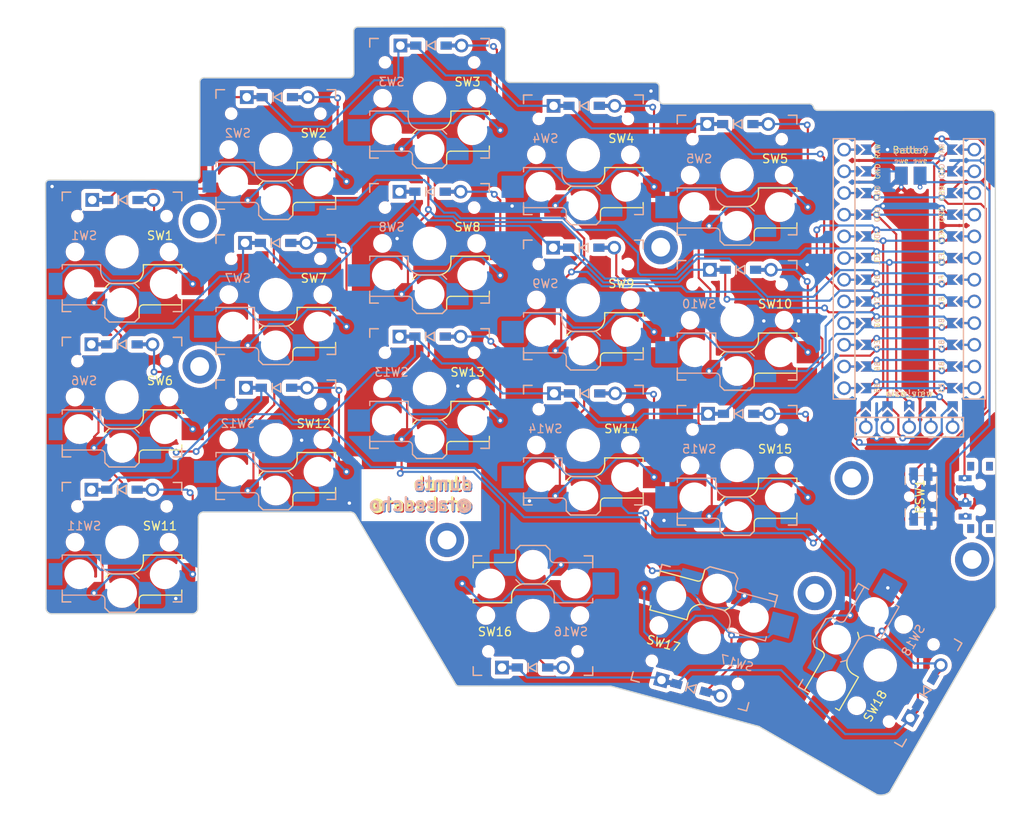
<source format=kicad_pcb>
(kicad_pcb (version 20221018) (generator pcbnew)
  (title_block (title "dumta") (date "2023-07-10") (rev "1.0") (company "raeedcho"))
  (layers (0 "F.Cu" signal) (31 "B.Cu" signal) (34 "B.Paste" user) (35 "F.Paste" user) (36 "B.SilkS" user "B.Silkscreen") (37 "F.SilkS" user "F.Silkscreen") (38 "B.Mask" user) (39 "F.Mask" user) (44 "Edge.Cuts" user))
  (net 0 "")
  (net 1 "row0")
  (net 2 "row1")
  (net 3 "row2")
  (net 4 "row3")
  (net 5 "GND")
  (net 6 "VCC")
  (net 7 "col0")
  (net 8 "col1")
  (net 9 "col2")
  (net 10 "col3")
  (net 11 "col4")
  (net 12 "Net-(BT1-+)")
  (net 13 "Net-(D1-A)")
  (net 14 "reset")
  (net 15 "Net-(D2-A)")
  (net 16 "Net-(D3-A)")
  (net 17 "Net-(D4-A)")
  (net 18 "Net-(D5-A)")
  (net 19 "Net-(D6-A)")
  (net 20 "Net-(D7-A)")
  (net 21 "Net-(D8-A)")
  (net 22 "Net-(D9-A)")
  (net 23 "Net-(D10-A)")
  (net 24 "Net-(D11-A)")
  (net 25 "Net-(D12-A)")
  (net 26 "Net-(D13-A)")
  (net 27 "Net-(D14-A)")
  (net 28 "Net-(D15-A)")
  (net 29 "Net-(D16-A)")
  (net 30 "Net-(D17-A)")
  (net 31 "Net-(D18-A)")
  (net 32 "MOSI")
  (net 33 "SCK")
  (net 34 "unconnected-(PWR_SW1-A-Pad1)")
  (net 35 "vbat")
  (net 36 "CS")
  (net 37 "unconnected-(U1-D8{slash}P1.04-Pad11)")
  (net 38 "unconnected-(U1-D9{slash}P1.06-Pad12)")
  (net 39 "unconnected-(U1-D10{slash}P0.09-Pad13)")
  (net 40 "unconnected-(U1-D16{slash}P0.10-Pad14)")
  (net 41 "unconnected-(U1-D14{slash}P1.11-Pad15)")
  (net 42 "unconnected-(U1-D0{slash}P0.08-Pad2)")
  (footprint "dumta:D_SMD_TH" (layer "F.Cu") (at 86.0044 64.3128)
    (fp_text reference "D1" hide)
    (fp_text value "D" hide)
  )
  (footprint "dumta:D_SMD_TH" (layer "F.Cu") (at 104.0892 52.2732)
    (fp_text reference "D2" hide)
    (fp_text value "D" hide)
  )
  (footprint "dumta:D_SMD_TH" (layer "F.Cu") (at 122.0724 46.228)
    (fp_text reference "D3" hide)
    (fp_text value "D" hide)
  )
  (footprint "dumta:D_SMD_TH" (layer "F.Cu") (at 140.0048 53.2892)
    (fp_text reference "D4" hide)
    (fp_text value "D" hide)
  )
  (footprint "dumta:D_SMD_TH" (layer "F.Cu") (at 157.988 55.4228)
    (fp_text reference "D5" hide)
    (fp_text value "D" hide)
  )
  (footprint "dumta:D_SMD_TH" (layer "F.Cu") (at 85.9028 81.2292)
    (fp_text reference "D6" hide)
    (fp_text value "D" hide)
  )
  (footprint "dumta:D_SMD_TH" (layer "F.Cu") (at 103.886 69.342)
    (fp_text reference "D7" hide)
    (fp_text value "D" hide)
  )
  (footprint "dumta:D_SMD_TH" (layer "F.Cu") (at 121.9708 63.3476)
    (fp_text reference "D8" hide)
    (fp_text value "D" hide)
  )
  (footprint "dumta:D_SMD_TH" (layer "F.Cu") (at 139.954 69.9008)
    (fp_text reference "D9" hide)
    (fp_text value "D" hide)
  )
  (footprint "dumta:D_SMD_TH" (layer "F.Cu") (at 158.2928 72.4916)
    (fp_text reference "D10" hide)
    (fp_text value "D" hide)
  )
  (footprint "dumta:D_SMD_TH" (layer "F.Cu") (at 85.9028 98.2472)
    (fp_text reference "D11" hide)
    (fp_text value "D" hide)
  )
  (footprint "dumta:D_SMD_TH" (layer "F.Cu") (at 103.9876 86.3092)
    (fp_text reference "D12" hide)
    (fp_text value "D" hide)
  )
  (footprint "dumta:D_SMD_TH" (layer "F.Cu") (at 121.9708 80.3148)
    (fp_text reference "D13" hide)
    (fp_text value "D" hide)
  )
  (footprint "dumta:D_SMD_TH" (layer "F.Cu") (at 140.0556 86.9696)
    (fp_text reference "D14" hide)
    (fp_text value "D" hide)
  )
  (footprint "dumta:D_SMD_TH" (layer "F.Cu") (at 158.0896 89.3572)
    (fp_text reference "D15" hide)
    (fp_text value "D" hide)
  )
  (footprint "dumta:D_SMD_TH" (layer "F.Cu") (at 133.9596 119.0752)
    (fp_text reference "D16" hide)
    (fp_text value "D" hide)
  )
  (footprint "dumta:D_SMD_TH" (layer "F.Cu") (at 152.514282 121.460596 -15)
    (fp_text reference "D17" hide)
    (fp_text value "D" hide)
  )
  (footprint "dumta:D_SMD_TH" (layer "F.Cu") (at 179.958166 121.895435 60)
    (fp_text reference "D18" hide)
    (fp_text value "D" hide)
  )
  (footprint "dumta:Kailh_socket_PG1350_reversible" (layer "F.Cu") (at 85.91 70.4)
    (fp_text reference "SW1")
    (fp_text value "SW_PUSH")
  )
  (footprint "dumta:Kailh_socket_PG1350_reversible" (layer "F.Cu") (at 103.91 58.4)
    (fp_text reference "SW2")
    (fp_text value "SW_PUSH")
  )
  (footprint "dumta:Kailh_socket_PG1350_reversible" (layer "F.Cu") (at 121.91 52.4)
    (fp_text reference "SW3")
    (fp_text value "SW_PUSH")
  )
  (footprint "dumta:Kailh_socket_PG1350_reversible" (layer "F.Cu") (at 139.91 59.02)
    (fp_text reference "SW4")
    (fp_text value "SW_PUSH")
  )
  (footprint "dumta:Kailh_socket_PG1350_reversible" (layer "F.Cu") (at 157.91 61.4)
    (fp_text reference "SW5")
    (fp_text value "SW_PUSH")
  )
  (footprint "dumta:Kailh_socket_PG1350_reversible" (layer "F.Cu") (at 85.91 87.4)
    (fp_text reference "SW6")
    (fp_text value "SW_PUSH")
  )
  (footprint "dumta:Kailh_socket_PG1350_reversible" (layer "F.Cu") (at 103.91 75.4)
    (fp_text reference "SW7")
    (fp_text value "SW_PUSH")
  )
  (footprint "dumta:Kailh_socket_PG1350_reversible" (layer "F.Cu") (at 121.91 69.4)
    (fp_text reference "SW8")
    (fp_text value "SW_PUSH")
  )
  (footprint "dumta:Kailh_socket_PG1350_reversible" (layer "F.Cu") (at 139.91 76.02)
    (fp_text reference "SW9")
    (fp_text value "SW_PUSH")
  )
  (footprint "dumta:Kailh_socket_PG1350_reversible" (layer "F.Cu") (at 157.91 78.4)
    (fp_text reference "SW10")
    (fp_text value "SW_PUSH")
  )
  (footprint "dumta:Kailh_socket_PG1350_reversible" (layer "F.Cu") (at 85.91 104.4)
    (fp_text reference "SW11")
    (fp_text value "SW_PUSH")
  )
  (footprint "dumta:Kailh_socket_PG1350_reversible" (layer "F.Cu") (at 103.91 92.4)
    (fp_text reference "SW12")
    (fp_text value "SW_PUSH")
  )
  (footprint "dumta:Kailh_socket_PG1350_reversible" (layer "F.Cu") (at 121.91 86.4)
    (fp_text reference "SW13")
    (fp_text value "SW_PUSH")
  )
  (footprint "dumta:Kailh_socket_PG1350_reversible" (layer "F.Cu") (at 139.91 93.025)
    (fp_text reference "SW14")
    (fp_text value "SW_PUSH")
  )
  (footprint "dumta:Kailh_socket_PG1350_reversible" (layer "F.Cu") (at 157.91 95.4)
    (fp_text reference "SW15")
    (fp_text value "SW_PUSH")
  )
  (footprint "dumta:Kailh_socket_PG1350_reversible" (layer "F.Cu") (at 134.01 112.99 180)
    (fp_text reference "SW16")
    (fp_text value "SW_PUSH")
  )
  (footprint "dumta:Kailh_socket_PG1350_reversible" (layer "F.Cu") (at 154.06 115.58 165)
    (fp_text reference "SW17")
    (fp_text value "SW_PUSH")
  )
  (footprint "dumta:Kailh_socket_PG1350_reversible" (layer "F.Cu") (at 174.66 118.79 -120)
    (fp_text reference "SW18")
    (fp_text value "SW_PUSH")
  )
  (footprint "kbd:LEGO_HOLE" (layer "F.Cu") (at 171.323 96.901)
    (fp_text reference "h2" hide)
    (fp_text value "h2")
  )
  (footprint "kbd:LEGO_HOLE" (layer "F.Cu") (at 185.42 106.426)
    (fp_text reference "H1" hide)
    (fp_text value "h1")
  )
  (footprint "kbd:LEGO_HOLE" (layer "F.Cu") (at 95 66.802)
    (fp_text reference "h6" hide)
    (fp_text value "h6")
  )
  (footprint "kbd:LEGO_HOLE" (layer "F.Cu") (at 148.971 69.85)
    (fp_text reference "h7" hide)
    (fp_text value "h7")
  )
  (footprint "kbd:LEGO_HOLE" (layer "F.Cu") (at 123.952 104.14)
    (fp_text reference "h4" hide)
    (fp_text value "h4")
  )
  (footprint "kbd:LEGO_HOLE" (layer "F.Cu") (at 167.005 110.363)
    (fp_text reference "h3" hide)
    (fp_text value "h3")
  )
  (footprint "kbd:LEGO_HOLE" (layer "F.Cu") (at 95 83.82)
    (fp_text reference "h5" hide)
    (fp_text value "h5")
  )
  (footprint "dumta:power_switch_padreverse" (layer "F.Cu") (at 186.352 99.154 90)
    (fp_text reference "PWR_SW1" hide)
    (fp_text value "SW_SPDT")
  )
  (footprint "dumta:ProMicro_jumpers" (layer "F.Cu") (at 178.054 72.39)
    (fp_text reference "U1" hide)
    (fp_text value "nice_nano")
  )
  (footprint "dumta:Panasonic_EVQPUL_EVQPUC_reversible" (layer "F.Cu") (at 179.429 99.06 90)
    (fp_text reference "RSW1")
    (fp_text value "SW_PUSH")
  )
  (footprint "dumta:nice_view_jumpers" (layer "F.Cu") (at 178.054 90.932)
    (fp_text reference "J2" hide)
    (fp_text value "nice_view")
  )
  (footprint "dumta:Battery_pads_reversible" (layer "F.Cu") (at 178.224 61.468 180)
    (fp_text reference "BT1" hide)
    (fp_text value "Battery_Cell")
  )
  (gr_line (start 187.62 53.805) (end 167.3304 53.81502) (stroke (width 0.15)) (layer "Edge.Cuts"))
  (gr_line (start 94.515447 62.020847) (end 77.4192 61.976) (stroke (width 0.15)) (layer "Edge.Cuts"))
  (gr_line (start 175.768 133.6548) (end 188.214 112.014) (stroke (width 0.15)) (layer "Edge.Cuts"))
  (gr_line (start 160.4772 125.984) (end 174.288668 133.9596) (stroke (width 0.15)) (layer "Edge.Cuts"))
  (gr_line (start 125.3744 121.240811) (end 143.1544 121.2596) (stroke (width 0.15)) (layer "Edge.Cuts"))
  (gr_arc (start 166.360498 53.055) (mid 166.676734 53.167708) (end 166.8504 53.45502) (stroke (width 0.15)) (layer "Edge.Cuts"))
  (gr_arc (start 167.3304 53.81502) (mid 167.0304 53.71502) (end 166.8504 53.45502) (stroke (width 0.15)) (layer "Edge.Cuts"))
  (gr_line (start 166.360498 53.055) (end 149.2932 53.06902) (stroke (width 0.15)) (layer "Edge.Cuts"))
  (gr_arc (start 95.015447 61.520847) (mid 94.869 61.8744) (end 94.515447 62.020847) (stroke (width 0.15)) (layer "Edge.Cuts"))
  (gr_arc (start 95.01712 50.50682) (mid 95.163567 50.153267) (end 95.51712 50.00682) (stroke (width 0.15)) (layer "Edge.Cuts"))
  (gr_line (start 130.31 44.0362) (end 113.53 44.049553) (stroke (width 0.15)) (layer "Edge.Cuts"))
  (gr_line (start 130.81 50.0534) (end 130.81 44.5362) (stroke (width 0.15)) (layer "Edge.Cuts"))
  (gr_line (start 148.2932 50.56902) (end 131.31 50.5534) (stroke (width 0.15)) (layer "Edge.Cuts"))
  (gr_line (start 148.7932 52.56902) (end 148.7932 51.06902) (stroke (width 0.15)) (layer "Edge.Cuts"))
  (gr_line (start 95.01712 50.50682) (end 95.015447 61.520847) (stroke (width 0.15)) (layer "Edge.Cuts"))
  (gr_line (start 112.54712 50.00682) (end 95.51712 50.00682) (stroke (width 0.15)) (layer "Edge.Cuts"))
  (gr_line (start 113.03 44.549553) (end 113.04712 49.50682) (stroke (width 0.15)) (layer "Edge.Cuts"))
  (gr_arc (start 113.04712 49.50682) (mid 112.900673 49.860373) (end 112.54712 50.00682) (stroke (width 0.15)) (layer "Edge.Cuts"))
  (gr_arc (start 113.03 44.549553) (mid 113.176447 44.196) (end 113.53 44.049553) (stroke (width 0.15)) (layer "Edge.Cuts"))
  (gr_arc (start 130.31 44.0362) (mid 130.663553 44.182647) (end 130.81 44.5362) (stroke (width 0.15)) (layer "Edge.Cuts"))
  (gr_arc (start 131.31 50.5534) (mid 130.956447 50.406953) (end 130.81 50.0534) (stroke (width 0.15)) (layer "Edge.Cuts"))
  (gr_arc (start 148.2932 50.56902) (mid 148.646753 50.715467) (end 148.7932 51.06902) (stroke (width 0.15)) (layer "Edge.Cuts"))
  (gr_arc (start 149.2932 53.06902) (mid 148.939647 52.922573) (end 148.7932 52.56902) (stroke (width 0.15)) (layer "Edge.Cuts"))
  (gr_arc (start 187.62 53.805) (mid 187.973553 53.951447) (end 188.12 54.305) (stroke (width 0.15)) (layer "Edge.Cuts"))
  (gr_line (start 95.4532 100.862652) (end 112.6236 100.862652) (stroke (width 0.15)) (layer "Edge.Cuts"))
  (gr_line (start 94.7928 110.744) (end 94.8436 101.472252) (stroke (width 0.15)) (layer "Edge.Cuts"))
  (gr_arc (start 112.6236 100.862652) (mid 113.02279 100.980057) (end 113.294857 101.294883) (stroke (width 0.15)) (layer "Edge.Cuts"))
  (gr_arc (start 125.3744 121.240811) (mid 125.184464 121.206306) (end 125.0188 121.1072) (stroke (width 0.15)) (layer "Edge.Cuts"))
  (gr_arc (start 175.768 133.6548) (mid 175.064863 133.984494) (end 174.288668 133.959599) (stroke (width 0.15)) (layer "Edge.Cuts"))
  (gr_line (start 77.0128 93.7768) (end 77.0128 110.744) (stroke (width 0.15)) (layer "Edge.Cuts"))
  (gr_line (start 76.962 62.4332) (end 77.0128 76.708) (stroke (width 0.15)) (layer "Edge.Cuts"))
  (gr_line (start 188.12 54.305) (end 188.214 112.014) (stroke (width 0.15)) (layer "Edge.Cuts"))
  (gr_line (start 94.7928 112.1156) (end 94.7928 110.744) (stroke (width 0.15)) (layer "Edge.Cuts"))
  (gr_arc (start 94.8436 101.472252) (mid 95.022148 101.0412) (end 95.4532 100.862652) (stroke (width 0.15)) (layer "Edge.Cuts"))
  (gr_arc (start 94.7928 112.1156) (mid 94.599373 112.582573) (end 94.1324 112.776) (stroke (width 0.15)) (layer "Edge.Cuts"))
  (gr_line (start 77.0128 112.1156) (end 77.0128 110.744) (stroke (width 0.15)) (layer "Edge.Cuts"))
  (gr_line (start 77.0128 76.708) (end 77.0128 93.7768) (stroke (width 0.15)) (layer "Edge.Cuts"))
  (gr_line (start 113.294857 101.294883) (end 125.0188 121.1072) (stroke (width 0.15)) (layer "Edge.Cuts"))
  (gr_arc (start 76.962 62.4332) (mid 77.095911 62.109911) (end 77.4192 61.976) (stroke (width 0.15)) (layer "Edge.Cuts"))
  (gr_line (start 77.6732 112.776) (end 94.1324 112.776) (stroke (width 0.15)) (layer "Edge.Cuts"))
  (gr_line (start 143.1544 121.2596) (end 160.4772 125.984) (stroke (width 0.15)) (layer "Edge.Cuts"))
  (gr_arc (start 77.6732 112.776) (mid 77.206227 112.582573) (end 77.0128 112.1156) (stroke (width 0.15)) (layer "Edge.Cuts"))
  (gr_text "dumta\n@raeedcho" (at 127.24 98.89) (layer "F.Cu") (effects (font (size 1.5 1.5) (thickness 0.3)) (justify right)))
  (gr_text "dumta\n@raeedcho" (at 127.25 98.89) (layer "B.Cu") (effects (font (size 1.5 1.5) (thickness 0.3)) (justify left mirror)))
  (gr_text "dumta\n@raeedcho" (at 127.13 98.75) (layer "B.SilkS") (effects (font (size 1.5 1.5) (thickness 0.3)) (justify left mirror)))
  (gr_text "dumta\n@raeedcho" (at 127.12 98.75) (layer "F.SilkS") (effects (font (size 1.5 1.5) (thickness 0.3)) (justify right)))
  (segment (start 96.52 53.6448) (end 97.8916 52.2732) (width 0.25) (layer "F.Cu") (net 1))
  (segment (start 118.2624 46.228) (end 120.2974 46.228) (width 0.25) (layer "F.Cu") (net 1))
  (segment (start 154.178 55.4228) (end 156.213 55.4228) (width 0.25) (layer "F.Cu") (net 1))
  (segment (start 138.2298 53.2892) (end 136.1948 53.2892) (width 0.25) (layer "F.Cu") (net 1))
  (segment (start 85.5502 62.992) (end 84.2294 64.3128) (width 0.25) (layer "F.Cu") (net 1))
  (segment (start 168.0972 73.1012) (end 169.926 74.93) (width 0.25) (layer "F.Cu") (net 1))
  (segment (start 168.0972 59.3852) (end 168.0972 73.1012) (width 0.25) (layer "F.Cu") (net 1))
  (segment (start 169.926 74.93) (end 173.482 74.93) (width 0.25) (layer "F.Cu") (net 1))
  (segment (start 102.3142 52.2732) (end 100.2792 52.2732) (width 0.25) (layer "F.Cu") (net 1))
  (segment (start 96.52 53.6448) (end 96.52 61.849) (width 0.25) (layer "F.Cu") (net 1))
  (segment (start 95.377 62.992) (end 85.5502 62.992) (width 0.25) (layer "F.Cu") (net 1))
  (segment (start 97.8916 52.2732) (end 100.2792 52.2732) (width 0.25) (layer "F.Cu") (net 1))
  (segment (start 173.482 74.93) (end 174.244 74.168) (width 0.25) (layer "F.Cu") (net 1))
  (segment (start 182.372 74.168) (end 182.88 73.66) (width 0.25) (layer "F.Cu") (net 1))
  (segment (start 181.864 74.168) (end 182.372 74.168) (width 0.25) (layer "F.Cu") (net 1))
  (segment (start 96.52 61.849) (end 95.377 62.992) (width 0.25) (layer "F.Cu") (net 1))
  (segment (start 84.2294 64.3128) (end 82.1944 64.3128) (width 0.25) (layer "F.Cu") (net 1))
  (segment (start 167.64 58.928) (end 168.0972 59.3852) (width 0.25) (layer "F.Cu") (net 1))
  (via (at 167.64 58.928) (size 0.8) (drill 0.4) (layers "F.Cu" "B.Cu") (net 1))
  (via (at 174.244 74.168) (size 0.8) (drill 0.4) (layers "F.Cu" "B.Cu") (net 1))
  (via (at 181.864 74.168) (size 0.8) (drill 0.4) (layers "F.Cu" "B.Cu") (net 1))
  (segment (start 102.3142 52.2732) (end 100.2792 52.2732) (width 0.25) (layer "B.Cu") (net 1))
  (segment (start 123.8026 49.7332) (end 120.2974 46.228) (width 0.25) (layer "B.Cu") (net 1))
  (segment (start 110.0074 55.7276) (end 105.7686 55.7276) (width 0.25) (layer "B.Cu") (net 1))
  (segment (start 105.7686 55.7276) (end 102.3142 52.2732) (width 0.25) (layer "B.Cu") (net 1))
  (segment (start 140.8714 55.9308) (end 138.2298 53.2892) (width 0.25) (layer "B.Cu") (net 1))
  (segment (start 128.7272 49.7332) (end 123.8026 49.7332) (width 0.25) (layer "B.Cu") (net 1))
  (segment (start 156.213 55.4228) (end 153.2295 55.4228) (width 0.25) (layer "B.Cu") (net 1))
  (segment (start 120.2974 46.228) (end 118.2624 46.228) (width 0.25) (layer "B.Cu") (net 1))
  (segment (start 138.2298 53.2892) (end 132.2832 53.2892) (width 0.25) (layer "B.Cu") (net 1))
  (segment (start 159.7182 58.928) (end 156.213 55.4228) (width 0.25) (layer "B.Cu") (net 1))
  (segment (start 84.2294 64.3128) (end 82.1944 64.3128) (width 0.25) (layer "B.Cu") (net 1))
  (segment (start 118.2624 50.0126) (end 117.983 50.292) (width 0.25) (layer "B.Cu") (net 1))
  (segment (start 167.64 58.928) (end 159.7182 58.928) (width 0.25) (layer "B.Cu") (net 1))
  (segment (start 118.2624 46.228) (end 118.2624 50.0126) (width 0.25) (layer "B.Cu") (net 1))
  (segment (start 153.2295 55.4228) (end 152.7215 55.9308) (width 0.25) (layer "B.Cu") (net 1))
  (segment (start 174.244 74.168) (end 173.736 74.168) (width 0.25) (layer "B.Cu") (net 1))
  (segment (start 115.443 50.292) (end 110.0074 55.7276) (width 0.25) (layer "B.Cu") (net 1))
  (segment (start 181.864 74.168) (end 174.244 74.168) (width 0.25) (layer "B.Cu") (net 1))
  (segment (start 132.2832 53.2892) (end 128.7272 49.7332) (width 0.25) (layer "B.Cu") (net 1))
  (segment (start 152.7215 55.9308) (end 140.8714 55.9308) (width 0.25) (layer "B.Cu") (net 1))
  (segment (start 173.736 74.168) (end 173.228 73.66) (width 0.25) (layer "B.Cu") (net 1))
  (segment (start 117.983 50.292) (end 115.443 50.292) (width 0.25) (layer "B.Cu") (net 1))
  (segment (start 138.179 69.9008) (end 136.144 69.9008) (width 0.25) (layer "F.Cu") (net 2))
  (segment (start 168.148 76.962) (end 168.656 77.47) (width 0.25) (layer "F.Cu") (net 2))
  (segment (start 102.111 69.342) (end 100.076 69.342) (width 0.25) (layer "F.Cu") (net 2))
  (segment (start 120.1958 63.3476) (end 118.1608 63.3476) (width 0.25) (layer "F.Cu") (net 2))
  (segment (start 181.864 76.708) (end 182.372 76.708) (width 0.25) (layer "F.Cu") (net 2))
  (segment (start 182.372 76.708) (end 182.88 76.2) (width 0.25) (layer "F.Cu") (net 2))
  (segment (start 173.482 77.47) (end 174.244 76.708) (width 0.25) (layer "F.Cu") (net 2))
  (segment (start 168.656 77.47) (end 173.482 77.47) (width 0.25) (layer "F.Cu") (net 2))
  (segment (start 84.1278 81.2292) (end 82.0928 81.2292) (width 0.25) (layer "F.Cu") (net 2))
  (segment (start 156.5178 75.7458) (end 156.718 75.946) (width 0.25) (layer "F.Cu") (net 2))
  (segment (start 156.5178 72.4916) (end 154.4828 72.4916) (width 0.25) (layer "F.Cu") (net 2))
  (segment (start 156.5178 72.4916) (end 156.5178 75.7458) (width 0.25) (layer "F.Cu") (net 2))
  (via (at 156.718 75.946) (size 0.8) (drill 0.4) (layers "F.Cu" "B.Cu") (net 2))
  (via (at 174.244 76.708) (size 0.8) (drill 0.4) (layers "F.Cu" "B.Cu") (net 2))
  (via (at 181.864 76.708) (size 0.8) (drill 0.4) (layers "F.Cu" "B.Cu") (net 2))
  (via (at 168.148 76.962) (size 0.8) (drill 0.4) (layers "F.Cu" "B.Cu") (net 2))
  (segment (start 138.179 69.9008) (end 136.144 69.9008) (width 0.25) (layer "B.Cu") (net 2))
  (segment (start 115.062 67.4624) (end 112.776 69.7484) (width 0.25) (layer "B.Cu") (net 2))
  (segment (start 174.244 76.708) (end 173.736 76.708) (width 0.25) (layer "B.Cu") (net 2))
  (segment (start 120.1958 63.3476) (end 120.1958 64.6146) (width 0.25) (layer "B.Cu") (net 2))
  (segment (start 181.864 76.708) (end 174.244 76.708) (width 0.25) (layer "B.Cu") (net 2))
  (segment (start 86.5662 78.7908) (end 91.8464 78.7908) (width 0.25) (layer "B.Cu") (net 2))
  (segment (start 100.076 72.644) (end 100.076 69.342) (width 0.25) (layer "B.Cu") (net 2))
  (segment (start 156.718 75.946) (end 160.47343 75.946) (width 0.25) (layer "B.Cu") (net 2))
  (segment (start 102.111 69.342) (end 100.076 69.342) (width 0.25) (layer "B.Cu") (net 2))
  (segment (start 121.7168 66.7004) (end 119.9134 64.897) (width 0.25) (layer "B.Cu") (net 2))
  (segment (start 97.3836 73.2536) (end 99.4664 73.2536) (width 0.25) (layer "B.Cu") (net 2))
  (segment (start 112.776 69.7484) (end 112.776 70.358) (width 0.25) (layer "B.Cu") (net 2))
  (segment (start 154.4828 72.4916) (end 152.5524 72.4916) (width 0.25) (layer "B.Cu") (net 2))
  (segment (start 110.236 72.898) (end 105.667 72.898) (width 0.25) (layer "B.Cu") (net 2))
  (segment (start 133.59632 67.35312) (end 125.16352 67.35312) (width 0.25) (layer "B.Cu") (net 2))
  (segment (start 84.1278 81.2292) (end 86.5662 78.7908) (width 0.25) (layer "B.Cu") (net 2))
  (segment (start 161.48943 76.962) (end 168.148 76.962) (width 0.25) (layer "B.Cu") (net 2))
  (segment (start 136.144 69.9008) (end 133.59632 67.35312) (width 0.25) (layer "B.Cu") (net 2))
  (segment (start 119.9134 64.897) (end 117.348 67.4624) (width 0.25) (layer "B.Cu") (net 2))
  (segment (start 151.07152 73.97248) (end 142.25068 73.97248) (width 0.25) (layer "B.Cu") (net 2))
  (segment (start 112.776 70.358) (end 110.236 72.898) (width 0.25) (layer "B.Cu") (net 2))
  (segment (start 120.1958 64.6146) (end 119.9134 64.897) (width 0.25) (layer "B.Cu") (net 2))
  (segment (start 105.667 72.898) (end 102.111 69.342) (width 0.25) (layer "B.Cu") (net 2))
  (segment (start 99.4664 73.2536) (end 100.076 72.644) (width 0.25) (layer "B.Cu") (net 2))
  (segment (start 91.8464 78.7908) (end 97.3836 73.2536) (width 0.25) (layer "B.Cu") (net 2))
  (segment (start 156.5178 72.4916) (end 154.4828 72.4916) (width 0.25) (layer "B.Cu") (net 2))
  (segment (start 125.16352 67.35312) (end 124.5108 66.7004) (width 0.25) (layer "B.Cu") (net 2))
  (segment (start 142.25068 73.97248) (end 138.179 69.9008) (width 0.25) (layer "B.Cu") (net 2))
  (segment (start 160.47343 75.946) (end 161.48943 76.962) (width 0.25) (layer "B.Cu") (net 2))
  (segment (start 120.1958 63.3476) (end 118.1608 63.3476) (width 0.25) (layer "B.Cu") (net 2))
  (segment (start 124.5108 66.7004) (end 121.7168 66.7004) (width 0.25) (layer "B.Cu") (net 2))
  (segment (start 152.5524 72.4916) (end 151.07152 73.97248) (width 0.25) (layer "B.Cu") (net 2))
  (segment (start 84.1278 81.2292) (end 82.0928 81.2292) (width 0.25) (layer "B.Cu") (net 2))
  (segment (start 117.348 67.4624) (end 115.062 67.4624) (width 0.25) (layer "B.Cu") (net 2))
  (segment (start 173.736 76.708) (end 173.228 76.2) (width 0.25) (layer "B.Cu") (net 2))
  (segment (start 156.3146 89.3572) (end 154.2796 89.3572) (width 0.25) (layer "F.Cu") (net 3))
  (segment (start 84.1278 98.2472) (end 82.0928 98.2472) (width 0.25) (layer "F.Cu") (net 3))
  (segment (start 138.2806 86.9696) (end 136.2456 86.9696) (width 0.25) (layer "F.Cu") (net 3))
  (segment (start 181.864 79.248) (end 182.372 79.248) (width 0.25) (layer "F.Cu") (net 3))
  (segment (start 120.1958 80.3148) (end 118.1608 80.3148) (width 0.25) (layer "F.Cu") (net 3))
  (segment (start 182.372 79.248) (end 182.88 78.74) (width 0.25) (layer "F.Cu") (net 3))
  (segment (start 102.2126 86.3092) (end 100.1776 86.3092) (width 0.25) (layer "F.Cu") (net 3))
  (via (at 181.864 79.248) (size 0.8) (drill 0.4) (layers "F.Cu" "B.Cu") (net 3))
  (segment (start 181.864 79.248) (end 174.244 79.248) (width 0.25) (layer "B.Cu") (net 3))
  (segment (start 138.2806 86.9696) (end 136.2456 86.9696) (width 0.25) (layer "B.Cu") (net 3))
  (segment (start 130.4544 86.9696) (end 126.9492 83.4644) (width 0.25) (layer "B.Cu") (net 3))
  (segment (start 156.3146 89.3572) (end 159.3118 86.36) (width 0.25) (layer "B.Cu") (net 3))
  (segment (start 173.736 79.248) (end 173.228 78.74) (width 0.25) (layer "B.Cu") (net 3))
  (segment (start 168.725 80.83) (end 169.545 80.01) (width 0.25) (layer "B.Cu") (net 3))
  (segment (start 123.3454 83.4644) (end 120.1958 80.3148) (width 0.25) (layer "B.Cu") (net 3))
  (segment (start 97.3074 90.0176) (end 92.456 94.869) (width 0.25) (layer "B.Cu") (net 3))
  (segment (start 174.244 79.248) (end 173.736 79.248) (width 0.25) (layer "B.Cu") (net 3))
  (segment (start 145.9992 90.3732) (end 141.6842 90.3732) (width 0.25) (layer "B.Cu") (net 3))
  (segment (start 92.456 96.0628) (end 91.694 96.8248) (width 0.25) (layer "B.Cu") (net 3))
  (segment (start 109.8296 90.1192) (end 106.0226 90.1192) (width 0.25) (layer "B.Cu") (net 3))
  (segment (start 102.2126 87.7794) (end 99.9744 90.0176) (width 0.25) (layer "B.Cu") (net 3))
  (segment (start 99.9744 90.0176) (end 97.3074 90.0176) (width 0.25) (layer "B.Cu") (net 3))
  (segment (start 102.2126 86.3092) (end 102.2126 87.7794) (width 0.25) (layer "B.Cu") (net 3))
  (segment (start 120.1958 80.3148) (end 118.1608 80.3148) (width 0.25) (layer "B.Cu") (net 3))
  (segment (start 141.6842 90.3732) (end 138.2806 86.9696) (width 0.25) (layer "B.Cu") (net 3))
  (segment (start 85.5502 96.8248) (end 84.1278 98.2472) (width 0.25) (layer "B.Cu") (net 3))
  (segment (start 120.1958 82.6486) (end 118.3132 84.5312) (width 0.25) (layer "B.Cu") (net 3))
  (segment (start 169.545 80.01) (end 171.958 80.01) (width 0.25) (layer "B.Cu") (net 3))
  (segment (start 84.1278 98.2472) (end 82.0928 98.2472) (width 0.25) (layer "B.Cu") (net 3))
  (segment (start 91.694 96.8248) (end 85.5502 96.8248) (width 0.25) (layer "B.Cu") (net 3))
  (segment (start 168.725 82.304596) (end 168.725 80.83) (width 0.25) (layer "B.Cu") (net 3))
  (segment (start 115.4176 84.5312) (end 109.8296 90.1192) (width 0.25) (layer "B.Cu") (net 3))
  (segment (start 164.669596 86.36) (end 168.725 82.304596) (width 0.25) (layer "B.Cu") (net 3))
  (segment (start 118.3132 84.5312) (end 115.4176 84.5312) (width 0.25) (layer "B.Cu") (net 3))
  (segment (start 156.3146 89.3572) (end 154.2796 89.3572) (width 0.25) (layer "B.Cu") (net 3))
  (segment (start 136.2456 86.9696) (end 130.4544 86.9696) (width 0.25) (layer "B.Cu") (net 3))
  (segment (start 120.1958 80.3148) (end 120.1958 82.6486) (width 0.25) (layer "B.Cu") (net 3))
  (segment (start 92.456 94.869) (end 92.456 96.0628) (width 0.25) (layer "B.Cu") (net 3))
  (segment (start 147.0152 89.3572) (end 145.9992 90.3732) (width 0.25) (layer "B.Cu") (net 3))
  (segment (start 154.2796 89.3572) (end 147.0152 89.3572) (width 0.25) (layer "B.Cu") (net 3))
  (segment (start 102.2126 86.3092) (end 100.1776 86.3092) (width 0.25) (layer "B.Cu") (net 3))
  (segment (start 126.9492 83.4644) (end 123.3454 83.4644) (width 0.25) (layer "B.Cu") (net 3))
  (segment (start 106.0226 90.1192) (end 102.2126 86.3092) (width 0.25) (layer "B.Cu") (net 3))
  (segment (start 159.3118 86.36) (end 164.669596 86.36) (width 0.25) (layer "B.Cu") (net 3))
  (segment (start 171.958 80.01) (end 173.228 78.74) (width 0.25) (layer "B.Cu") (net 3))
  (segment (start 182.88 81.28) (end 182.372 81.788) (width 0.25) (layer "F.Cu") (net 4))
  (segment (start 168.91 83.312) (end 169.672 82.55) (width 0.25) (layer "F.Cu") (net 4))
  (segment (start 174.498 96.021305) (end 168.91 90.433305) (width 0.25) (layer "F.Cu") (net 4))
  (segment (start 150.799764 121.001192) (end 149.360802 121.001192) (width 0.25) (layer "F.Cu") (net 4))
  (segment (start 174.498 100.712396) (end 174.498 96.021305) (width 0.25) (layer "F.Cu") (net 4))
  (segment (start 179.070666 124.177492) (end 178.053166 125.194992) (width 0.25) (layer "F.Cu") (net 4))
  (segment (start 179.07 105.284396) (end 174.498 100.712396) (width 0.25) (layer "F.Cu") (net 4))
  (segment (start 149.360802 121.001192) (end 148.834105 120.474495) (width 0.25) (layer "F.Cu") (net 4))
  (segment (start 169.672 82.55) (end 173.482 82.55) (width 0.25) (layer "F.Cu") (net 4))
  (segment (start 182.372 81.788) (end 181.864 81.788) (width 0.25) (layer "F.Cu") (net 4))
  (segment (start 168.91 90.433305) (end 168.91 83.312) (width 0.25) (layer "F.Cu") (net 4))
  (segment (start 179.07 123.431964) (end 179.07 105.284396) (width 0.25) (layer "F.Cu") (net 4))
  (segment (start 173.482 82.55) (end 174.244 81.788) (width 0.25) (layer "F.Cu") (net 4))
  (segment (start 179.070666 123.43263) (end 179.070666 124.177492) (width 0.25) (layer "F.Cu") (net 4))
  (segment (start 132.1846 119.0752) (end 130.1496 119.0752) (width 0.25) (layer "F.Cu") (net 4))
  (segment (start 179.070666 123.43263) (end 179.07 123.431964) (width 0.25) (layer "F.Cu") (net 4))
  (via (at 174.244 81.788) (size 0.8) (drill 0.4) (layers "F.Cu" "B.Cu") (net 4))
  (via (at 181.864 81.788) (size 0.8) (drill 0.4) (layers "F.Cu" "B.Cu") (net 4))
  (segment (start 133.353 120.2436) (end 132.1846 119.0752) (width 0.25) (layer "B.Cu") (net 4))
  (segment (start 178.053166 124.45013) (end 179.070666 123.43263) (width 0.25) (layer "B.Cu") (net 4))
  (segment (start 152.420956 119.38) (end 163.068 119.38) (width 0.25) (layer "B.Cu") (net 4))
  (segment (start 176.403 126.873) (end 178.053166 125.222834) (width 0.25) (layer "B.Cu") (net 4))
  (segment (start 150.799764 121.001192) (end 149.360802 121.001192) (width 0.25) (layer "B.Cu") (net 4))
  (segment (start 173.228 81.28) (end 173.736 81.788) (width 0.25) (layer "B.Cu") (net 4))
  (segment (start 174.244 81.788) (end 181.864 81.788) (width 0.25) (layer "B.Cu") (net 4))
  (segment (start 170.561 126.873) (end 176.403 126.873) (width 0.25) (layer "B.Cu") (net 4))
  (segment (start 178.053166 125.194992) (end 178.053166 124.45013) (width 0.25) (layer "B.Cu") (net 4))
  (segment (start 150.799764 121.001192) (end 152.420956 119.38) (width 0.25) (layer "B.Cu") (net 4))
  (segment (start 149.360802 121.001192) (end 148.834105 120.474495) (width 0.25) (layer "B.Cu") (net 4))
  (segment (start 148.834105 120.474495) (end 148.60321 120.2436) (width 0.25) (layer "B.Cu") (net 4))
  (segment (start 148.60321 120.2436) (end 133.353 120.2436) (width 0.25) (layer "B.Cu") (net 4))
  (segment (start 132.1846 119.0752) (end 130.1496 119.0752) (width 0.25) (layer "B.Cu") (net 4))
  (segment (start 173.736 81.788) (end 174.244 81.788) (width 0.25) (layer "B.Cu") (net 4))
  (segment (start 163.068 119.38) (end 170.561 126.873) (width 0.25) (layer "B.Cu") (net 4))
  (segment (start 178.053166 125.222834) (end 178.053166 125.194992) (width 0.25) (layer "B.Cu") (net 4))
  (segment (start 186.436 62.23) (end 186.944 61.722) (width 0.25) (layer "F.Cu") (net 5))
  (segment (start 186.944 59.944) (end 186.69 59.69) (width 0.25) (layer "F.Cu") (net 5))
  (segment (start 173.736 61.468) (end 174.244 61.468) (width 0.25) (layer "F.Cu") (net 5))
  (segment (start 182.753 63.5) (end 184.023 62.23) (width 0.25) (layer "F.Cu") (net 5))
  (segment (start 173.228 60.96) (end 173.736 61.468) (width 0.25) (layer "F.Cu") (net 5))
  (segment (start 179.324 89.402) (end 179.324 91.948) (width 0.25) (layer "F.Cu") (net 5))
  (segment (start 186.944 61.722) (end 186.944 59.944) (width 0.25) (layer "F.Cu") (net 5))
  (segment (start 182.753 66.04) (end 182.626 66.04) (width 0.25) (layer "F.Cu") (net 5))
  (segment (start 180.594 88.132) (end 179.324 89.402) (width 0.25) (layer "F.Cu") (net 5))
  (segment (start 184.023 62.23) (end 186.436 62.23) (width 0.25) (layer "F.Cu") (net 5))
  (segment (start 182.626 66.04) (end 181.864 65.278) (width 0.25) (layer "F.Cu") (net 5))
  (via (at 186.69 59.69) (size 0.8) (drill 0.4) (layers "F.Cu" "B.Cu") (net 5))
  (via (at 133.604 99.568) (size 0.8) (drill 0.4) (layers "F.Cu" "B.Cu") (net 5))
  (via (at 161.036 78.486) (size 0.8) (drill 0.4) (layers "F.Cu" "B.Cu") (net 5))
  (via (at 175.006 65.024) (size 0.8) (drill 0.4) (layers "F.Cu" "B.Cu") (net 5))
  (via (at 166.116 71.882) (size 0.8) (drill 0.4) (layers "F.Cu" "B.Cu") (net 5))
  (via (at 92.202 110.998) (size 0.8) (drill 0.4) (layers "F.Cu" "B.Cu") (net 5))
  (via (at 149.352 101.854) (size 0.8) (drill 0.4) (layers "F.Cu" "B.Cu") (net 5))
  (via (at 112.522 99.822) (size 0.8) (drill 0.4) (layers "F.Cu" "B.Cu") (net 5))
  (via (at 174.244 92.202) (size 0.8) (drill 0.4) (layers "F.Cu" "B.Cu") (net 5))
  (via (at 175.514 58.42) (size 0.8) (drill 0.4) (layers "F.Cu" "B.Cu") (net 5))
  (via (at 106.934 92.456) (size 0.8) (drill 0.4) (layers "F.Cu" "B.Cu") (net 5))
  (via (at 165.1 78.486) (size 0.8) (drill 0.4) (layers "F.Cu" "B.Cu") (net 5))
  (via (at 77.724 62.738) (size 0.8) (drill 0.4) (layers "F.Cu" "B.Cu") (net 5))
  (via (at 118.11 68.834) (size 0.8) (drill 0.4) (layers "F.Cu" "B.Cu") (net 5))
  (via (at 147.828 51.562) (size 0.8) (drill 0.4) (layers "F.Cu" "B.Cu") (net 5))
  (via (at 131.572 65.024) (size 0.8) (drill 0.4) (layers "F.Cu" "B.Cu") (net 5))
  (via (at 181.864 65.278) (size 0.8) (drill 0.4) (layers "F.Cu" "B.Cu") (net 5))
  (via (at 125.222 86.106) (size 0.8) (drill 0.4) (layers "F.Cu" "B.Cu") (net 5))
  (segment (start 176.616 60.96) (end 175.514 60.96) (width 0.25) (layer "B.Cu") (net 5))
  (segment (start 174.244 89.402) (end 174.244 92.202) (width 0.25) (layer "B.Cu") (net 5))
  (segment (start 184.023 59.69) (end 186.69 59.69) (width 0.25) (layer "B.Cu") (net 5))
  (segment (start 173.355 63.5) (end 174.117 62.738) (width 0.25) (layer "B.Cu") (net 5))
  (segment (start 173.355 66.04) (end 173.355 65.903695) (width 0.25) (layer "B.Cu") (net 5))
  (segment (start 173.355 65.903695) (end 174.234695 65.024) (width 0.25) (layer "B.Cu") (net 5))
  (segment (start 182.753 60.96) (end 184.023 59.69) (width 0.25) (layer "B.Cu") (net 5))
  (segment (start 174.117 62.738) (end 174.498 62.738) (width 0.25) (layer "B.Cu") (net 5))
  (segment (start 175.514 88.132) (end 174.244 89.402) (width 0.25) (layer "B.Cu") (net 5))
  (segment (start 174.234695 65.024) (end 175.006 65.024) (width 0.25) (layer "B.Cu") (net 5))
  (segment (start 176.53 86.5765) (end 176.53 68.326) (width 0.25) (layer "F.Cu") (net 6))
  (segment (start 173.228 66.04) (end 174.244 66.04) (width 0.25) (layer "F.Cu") (net 6))
  (segment (start 176.53 68.326) (end 174.244 66.04) (width 0.25) (layer "F.Cu") (net 6))
  (segment (start 178.054 88.1005) (end 176.53 86.5765) (width 0.25) (layer "F.Cu") (net 6))
  (via (at 174.244 66.04) (size 0.8) (drill 0.4) (layers "F.Cu" "B.Cu") (net 6))
  (via (at 178.054 88.1005) (size 0.8) (drill 0.4) (layers "F.Cu" "B.Cu") (net 6))
  (segment (start 174.244 66.04) (end 182.88 66.04) (width 0.25) (layer "B.Cu") (net 6))
  (segment (start 167.894 103.4316) (end 166.83 104.4956) (width 0.25) (layer "F.Cu") (net 7))
  (segment (start 82.635 92.0662) (end 82.635 93.35) (width 0.25) (layer "F.Cu") (net 7))
  (segment (start 92.2528 93.8784) (end 92.3544 93.7768) (width 0.25) (layer "F.Cu") (net 7))
  (segment (start 85.9028 97.3836) (end 85.9028 99.4664) (width 0.25) (layer "F.Cu") (net 7))
  (segment (start 82.635 93.35) (end 82.635 94.1158) (width 0.25) (layer "F.Cu") (net 7))
  (segment (start 85.8012 80.2132) (end 85.8012 83.1088) (width 0.25) (layer "F.Cu") (net 7))
  (segment (start 85.8012 83.1088) (end 83.1596 85.7504) (width 0.25) (layer "F.Cu") (net 7))
  (segment (start 167.894 80.609) (end 167.894 103.4316) (width 0.25) (layer "F.Cu") (net 7))
  (segment (start 85.9028 99.4664) (end 83.6168 101.7524) (width 0.25) (layer "F.Cu") (net 7))
  (segment (start 82.635 76.35) (end 82.635 77.047) (width 0.25) (layer "F.Cu") (net 7))
  (segment (start 83.1596 85.7504) (end 83.1596 91.5416) (width 0.25) (layer "F.Cu") (net 7))
  (segment (start 83.1596 91.5416) (end 82.635 92.0662) (width 0.25) (layer "F.Cu") (net 7))
  (segment (start 82.635 94.1158) (end 85.9028 97.3836) (width 0.25) (layer "F.Cu") (net 7))
  (segment (start 83.6168 109.3682) (end 82.635 110.35) (width 0.25) (layer "F.Cu") (net 7))
  (segment (start 83.6168 101.7524) (end 83.6168 109.3682) (width 0.25) (layer "F.Cu") (net 7))
  (segment (start 82.635 77.047) (end 85.8012 80.2132) (width 0.25) (layer "F.Cu") (net 7))
  (segment (start 167.2336 79.9486) (end 167.894 80.609) (width 0.25) (layer "F.Cu") (net 7))
  (segment (start 174.244 67.818) (end 173.99 67.818) (width 0.25) (layer "F.Cu") (net 7))
  (segment (start 173.99 67.818) (end 173.228 68.58) (width 0.25) (layer "F.Cu") (net 7))
  (segment (start 167.2336 67.818) (end 167.2336 79.9486) (width 0.25) (layer "F.Cu") (net 7))
  (segment (start 92.3544 93.7768) (end 94.5896 93.7768) (width 0.25) (layer "F.Cu") (net 7))
  (via (at 94.5896 93.7768) (size 0.8) (drill 0.4) (layers "F.Cu" "B.Cu") (net 7))
  (via (at 167.2336 67.818) (size 0.8) (drill 0.4) (layers "F.Cu" "B.Cu") (net 7))
  (via (at 166.83 104.4956) (size 0.8) (drill 0.4) (layers "F.Cu" "B.Cu") (net 7))
  (via (at 82.635 110.35) (size 0.8) (drill 0.4) (layers "F.Cu" "B.Cu") (net 7))
  (via (at 174.244 67.818) (size 0.8) (drill 0.4) (layers "F.Cu" "B.Cu") (net 7))
  (via (at 92.2528 93.8784) (size 0.8) (drill 0.4) (layers "F.Cu" "B.Cu") (net 7))
  (via (at 82.635 93.35) (size 0.8) (drill 0.4) (layers "F.Cu" "B.Cu") (net 7))
  (via (at 82.635 76.35) (size 0.8) (drill 0.4) (layers "F.Cu" "B.Cu") (net 7))
  (segment (start 167.7416 67.31) (end 173.736 67.31) (width 0.25) (layer "B.Cu") (net 7))
  (segment (start 132.973 101.473) (end 127.21 95.71) (width 0.25) (layer "B.Cu") (net 7))
  (segment (start 97.87388 90.46712) (end 94.5896 93.7514) (width 0.25) (layer "B.Cu") (net 7))
  (segment (start 118.780305 95.6095) (end 115.0659 95.6095) (width 0.25) (layer "B.Cu") (net 7))
  (segment (start 89.185 76.35) (end 87.0538 74.2188) (width 0.25) (layer "B.Cu") (net 7))
  (segment (start 100.160598 90.46712) (end 97.87388 90.46712) (width 0.25) (layer "B.Cu") (net 7))
  (segment (start 146.673 101.473) (end 132.973 101.473) (width 0.25) (layer "B.Cu") (net 7))
  (segment (start 166.83 104.4956) (end 165.6744 103.34) (width 0.25) (layer "B.Cu") (net 7))
  (segment (start 148.54 103.34) (end 146.673 101.473) (width 0.25) (layer "B.Cu") (net 7))
  (segment (start 84.8498 91.1352) (end 82.635 93.35) (width 0.25) (layer "B.Cu") (net 7))
  (segment (start 91.7244 93.35) (end 89.185 93.35) (width 0.25) (layer "B.Cu") (net 7))
  (segment (start 110.02512 90.56872) (end 105.836402 90.56872) (width 0.25) (layer "B.Cu") (net 7))
  (segment (start 94.5896 93.7514) (end 94.5896 93.7768) (width 0.25) (layer "B.Cu") (net 7))
  (segment (start 84.8318 108.1532) (end 82.635 110.35) (width 0.25) (layer "B.Cu") (net 7))
  (segment (start 104.675682 89.408) (end 101.219718 89.408) (width 0.25) (layer "B.Cu") (net 7))
  (segment (start 87.0538 74.2188) (end 84.7662 74.2188) (width 0.25) (layer "B.Cu") (net 7))
  (segment (start 115.0659 95.6095) (end 110.02512 90.56872) (width 0.25) (layer "B.Cu") (net 7))
  (segment (start 89.185 110.35) (end 86.9882 108.1532) (width 0.25) (layer "B.Cu") (net 7))
  (segment (start 86.9702 91.1352) (end 84.8498 91.1352) (width 0.25) (layer "B.Cu") (net 7))
  (segment (start 89.185 93.35) (end 86.9702 91.1352) (width 0.25) (layer "B.Cu") (net 7))
  (segment (start 105.836402 90.56872) (end 104.675682 89.408) (width 0.25) (layer "B.Cu") (net 7))
  (segment (start 92.2528 93.8784) (end 91.7244 93.35) (width 0.25) (layer "B.Cu") (net 7))
  (segment (start 86.9882 108.1532) (end 84.8318 108.1532) (width 0.25) (layer "B.Cu") (net 7))
  (segment (start 118.880805 95.71) (end 118.780305 95.6095) (width 0.25) (layer "B.Cu") (net 7))
  (segment (start 173.736 67.31) (end 174.244 67.818) (width 0.25) (layer "B.Cu") (net 7))
  (segment (start 167.2336 67.818) (end 167.7416 67.31) (width 0.25) (layer "B.Cu") (net 7))
  (segment (start 127.21 95.71) (end 118.880805 95.71) (width 0.25) (layer "B.Cu") (net 7))
  (segment (start 84.7662 74.2188) (end 82.635 76.35) (width 0.25) (layer "B.Cu") (net 7))
  (segment (start 174.244 67.818) (end 182.118 67.818) (width 0.25) (layer "B.Cu") (net 7))
  (segment (start 101.219718 89.408) (end 100.160598 90.46712) (width 0.25) (layer "B.Cu") (net 7))
  (segment (start 165.6744 103.34) (end 148.54 103.34) (width 0.25) (layer "B.Cu") (net 7))
  (segment (start 182.118 67.818) (end 182.88 68.58) (width 0.25) (layer "B.Cu") (net 7))
  (segment (start 101.2952 97.6898) (end 100.635 98.35) (width 0.25) (layer "F.Cu") (net 8))
  (segment (start 101.2952 74.0156) (end 101.2952 80.6898) (width 0.25) (layer "F.Cu") (net 8))
  (segment (start 101.2952 80.6898) (end 100.635 81.35) (width 0.25) (layer "F.Cu") (net 8))
  (segment (start 103.7336 84.4486) (end 103.7336 88.2904) (width 0.25) (layer "F.Cu") (net 8))
  (segment (start 173.99 70.358) (end 173.228 71.12) (width 0.25) (layer "F.Cu") (net 8))
  (segment (start 101.2952 90.7288) (end 101.2952 97.6898) (width 0.25) (layer "F.Cu") (net 8))
  (segment (start 100.635 81.35) (end 103.7336 84.4486) (width 0.25) (layer "F.Cu") (net 8))
  (segment (start 100.635 64.35) (end 103.6828 67.3978) (width 0.25) (layer "F.Cu") (net 8))
  (segment (start 103.7336 88.2904) (end 101.2952 90.7288) (width 0.25) (layer "F.Cu") (net 8))
  (segment (start 174.244 70.358) (end 173.99 70.358) (width 0.25) (layer "F.Cu") (net 8))
  (segment (start 103.6828 71.628) (end 101.2952 74.0156) (width 0.25) (layer "F.Cu") (net 8))
  (segment (start 103.6828 67.3978) (end 103.6828 71.628) (width 0.25) (layer "F.Cu") (net 8))
  (via (at 100.635 64.35) (size 0.8) (drill 0.4) (layers "F.Cu" "B.Cu") (net 8))
  (via (at 174.244 70.358) (size 0.8) (drill 0.4) (layers "F.Cu" "B.Cu") (net 8))
  (via (at 100.635 81.35) (size 0.8) (drill 0.4) (layers "F.Cu" "B.Cu") (net 8))
  (via (at 100.635 98.35) (size 0.8) (drill 0.4) (layers "F.Cu" "B.Cu") (net 8))
  (segment (start 150.699124 73.07344) (end 146.60644 73.07344) (width 0.25) (layer "B.Cu") (net 8))
  (segment (start 125.535916 66.45408) (end 124.883196 65.80136) (width 0.25) (layer "B.Cu") (net 8))
  (segment (start 137.549398 66.45408) (end 125.535916 66.45408) (width 0.25) (layer "B.Cu") (net 8))
  (segment (start 173.881 69.995) (end 174.244 70.358) (width 0.25) (layer "B.Cu") (net 8))
  (segment (start 107.185 81.35) (end 104.6766 78.8416) (width 0.25) (layer "B.Cu") (net 8))
  (segment (start 103.1434 78.8416) (end 100.635 81.35) (width 0.25) (layer "B.Cu") (net 8))
  (segment (start 115.7224 61.976) (end 113.3484 64.35) (width 0.25) (layer "B.Cu") (net 8))
  (segment (start 165.210258 70.722258) (end 165.937516 69.995) (width 0.25) (layer "B.Cu") (net 8))
  (segment (start 153.050306 70.722258) (end 150.699124 73.07344) (width 0.25) (layer "B.Cu") (net 8))
  (segment (start 122.0216 62.738) (end 121.2596 61.976) (width 0.25) (layer "B.Cu") (net 8))
  (segment (start 113.3484 64.35) (end 107.185 64.35) (width 0.25) (layer "B.Cu") (net 8))
  (segment (start 146.304 72.771) (end 146.304 70.485) (width 0.25) (layer "B.Cu") (net 8))
  (segment (start 105.04252 96.20752) (end 102.77748 96.20752) (width 0.25) (layer "B.Cu") (net 8))
  (segment (start 165.210258 70.722258) (end 153.050306 70.722258) (width 0.25) (layer "B.Cu") (net 8))
  (segment (start 102.77748 96.20752) (end 100.635 98.35) (width 0.25) (layer "B.Cu") (net 8))
  (segment (start 165.937516 69.995) (end 173.881 69.995) (width 0.25) (layer "B.Cu") (net 8))
  (segment (start 121.2596 61.976) (end 115.7224 61.976) (width 0.25) (layer "B.Cu") (net 8))
  (segment (start 143.637 67.818) (end 138.913318 67.818) (width 0.25) (layer "B.Cu") (net 8))
  (segment (start 123.61176 65.80136) (end 122.0216 64.2112) (width 0.25) (layer "B.Cu") (net 8))
  (segment (start 182.118 70.358) (end 182.88 71.12) (width 0.25) (layer "B.Cu") (net 8))
  (segment (start 107.185 64.35) (end 105.1158 62.2808) (width 0.25) (layer "B.Cu") (net 8))
  (segment (start 174.244 70.358) (end 182.118 70.358) (width 0.25) (layer "B.Cu") (net 8))
  (segment (start 146.60644 73.07344) (end 146.304 72.771) (width 0.25) (layer "B.Cu") (net 8))
  (segment (start 105.1158 62.2808) (end 102.7042 62.2808) (width 0.25) (layer "B.Cu") (net 8))
  (segment (start 102.7042 62.2808) (end 100.635 64.35) (width 0.25) (layer "B.Cu") (net 8))
  (segment (start 138.913318 67.818) (end 137.549398 66.45408) (width 0.25) (layer "B.Cu") (net 8))
  (segment (start 124.883196 65.80136) (end 123.61176 65.80136) (width 0.25) (layer "B.Cu") (net 8))
  (segment (start 146.304 70.485) (end 143.637 67.818) (width 0.25) (layer "B.Cu") (net 8))
  (segment (start 104.6766 78.8416) (end 103.1434 78.8416) (width 0.25) (layer "B.Cu") (net 8))
  (segment (start 107.185 98.35) (end 105.04252 96.20752) (width 0.25) (layer "B.Cu") (net 8))
  (segment (start 122.0216 64.2112) (end 122.0216 62.738) (width 0.25) (layer "B.Cu") (net 8))
  (segment (start 119.2784 85.09) (end 119.2784 91.7066) (width 0.25) (layer "F.Cu") (net 9))
  (segment (start 118.635 75.35) (end 121.8184 78.5334) (width 0.25) (layer "F.Cu") (net 9))
  (segment (start 174.244 72.898) (end 173.99 72.898) (width 0.25) (layer "F.Cu") (net 9))
  (segment (start 118.635 96.1795) (end 118.635 92.35) (width 0.25) (layer "F.Cu") (net 9))
  (segment (start 121.7676 65.8368) (end 119.38 68.2244) (width 0.25) (layer "F.Cu") (net 9))
  (segment (start 119.2784 91.7066) (end 118.635 92.35) (width 0.25) (layer "F.Cu") (net 9))
  (segment (start 121.8184 82.55) (end 119.2784 85.09) (width 0.25) (layer "F.Cu") (net 9))
  (segment (start 121.7676 65.4304) (end 121.7676 65.8368) (width 0.25) (layer "F.Cu") (net 9))
  (segment (start 118.48 96.3345) (end 118.635 96.1795) (width 0.25) (layer "F.Cu") (net 9))
  (segment (start 118.635 58.35) (end 121.7676 61.4826) (width 0.25) (layer "F.Cu") (net 9))
  (segment (start 173.99 72.898) (end 173.228 73.66) (width 0.25) (layer "F.Cu") (net 9))
  (segment (start 119.38 68.2244) (end 119.38 74.605) (width 0.25) (layer "F.Cu") (net 9))
  (segment (start 119.38 74.605) (end 118.635 75.35) (width 0.25) (layer "F.Cu") (net 9))
  (segment (start 121.7676 61.4826) (end 121.7676 65.4304) (width 0.25) (layer "F.Cu") (net 9))
  (segment (start 121.8184 78.5334) (end 121.8184 82.55) (width 0.25) (layer "F.Cu") (net 9))
  (via (at 137.285 107.04) (size 0.8) (drill 0.4) (layers "F.Cu" "B.Cu") (net 9))
  (via (at 118.635 58.35) (size 0.8) (drill 0.4) (layers "F.Cu" "B.Cu") (net 9))
  (via (at 174.244 72.898) (size 0.8) (drill 0.4) (layers "F.Cu" "B.Cu") (net 9))
  (via (at 118.635 92.35) (size 0.8) (drill 0.4) (layers "F.Cu" "B.Cu") (net 9))
  (via (at 118.635 75.35) (size 0.8) (drill 0.4) (layers "F.Cu" "B.Cu") (net 9))
  (via (at 118.48 96.3345) (size 0.8) (drill 0.4) (layers "F.Cu" "B.Cu") (net 9))
  (via (at 121.7676 65.4304) (size 0.8) (drill 0.4) (layers "F.Cu" "B.Cu") (net 9))
  (segment (start 120.89148 73.09352) (end 118.635 75.35) (width 0.25) (layer "B.Cu") (net 9))
  (segment (start 122.751 89.916) (end 121.069 89.916) (width 0.25) (layer "B.Cu") (net 9))
  (segment (start 130.735 107.04) (end 133.0166 109.3216) (width 0.25) (layer "B.Cu") (net 9))
  (segment (start 118.48 96.3345) (end 118.65498 96.15952) (width 0.25) (layer "B.Cu") (net 9))
  (segment (start 156.972 71.171778) (end 161.461671 75.661449) (width 0.25) (layer "B.Cu") (net 9))
  (segment (start 139.6492 70.735282) (end 142.436878 73.52296) (width 0.25) (layer "B.Cu") (net 9))
  (segment (start 121.7676 65.4304) (end 122.58808 66.25088) (width 0.25) (layer "B.Cu") (net 9))
  (segment (start 124.696998 66.25088) (end 125.349718 66.9036) (width 0.25) (layer "B.Cu") (net 9))
  (segment (start 123.0198 56.1848) (end 120.8002 56.1848) (width 0.25) (layer "B.Cu") (net 9))
  (segment (start 127.023802 96.15952) (end 130.735 99.870718) (width 0.25) (layer "B.Cu") (net 9))
  (segment (start 137.3632 66.9036) (end 139.6492 69.1896) (width 0.25) (layer "B.Cu") (net 9))
  (segment (start 121.069 89.916) (end 118.635 92.35) (width 0.25) (layer "B.Cu") (net 9))
  (segment (start 142.436878 73.52296) (end 150.885322 73.52296) (width 0.25) (layer "B.Cu") (net 9))
  (segment (start 125.185 75.35) (end 122.92852 73.09352) (width 0.25) (layer "B.Cu") (net 9))
  (segment (start 118.65498 96.15952) (end 127.023802 96.15952) (width 0.25) (layer "B.Cu") (net 9))
  (segment (start 125.185 92.35) (end 122.751 89.916) (width 0.25) (layer "B.Cu") (net 9))
  (segment (start 130.735 99.870718) (end 130.735 107.04) (width 0.25) (layer "B.Cu") (net 9))
  (segment (start 122.58808 66.25088) (end 124.696998 66.25088) (width 0.25) (layer "B.Cu") (net 9))
  (segment (start 173.881 72.535) (end 174.244 72.898) (width 0.25) (layer "B.Cu") (net 9))
  (segment (start 120.8002 56.1848) (end 118.635 58.35) (width 0.25) (layer "B.Cu") (net 9))
  (segment (start 161.461671 75.661449) (end 166.84156 75.661449) (width 0.25) (layer "B.Cu") (net 9))
  (segment (start 125.349718 66.9036) (end 137.3632 66.9036) (width 0.25) (layer "B.Cu") (net 9))
  (segment (start 133.0166 109.3216) (end 135.0034 109.3216) (width 0.25) (layer "B.Cu") (net 9))
  (segment (start 122.92852 73.09352) (end 120.89148 73.09352) (width 0.25) (layer "B.Cu") (net 9))
  (segment (start 182.118 72.898) (end 182.88 73.66) (width 0.25) (layer "B.Cu") (net 9))
  (segment (start 169.968009 72.535) (end 173.881 72.535) (width 0.25) (layer "B.Cu") (net 9))
  (segment (start 174.244 72.898) (end 182.118 72.898) (width 0.25) (layer "B.Cu") (net 9))
  (segment (start 153.236504 71.171778) (end 156.972 71.171778) (width 0.25) (layer "B.Cu") (net 9))
  (segment (start 150.885322 73.52296) (end 153.236504 71.171778) (width 0.25) (layer "B.Cu") (net 9))
  (segment (start 135.0034 109.3216) (end 137.285 107.04) (width 0.25) (layer "B.Cu") (net 9))
  (segment (start 166.84156 75.661449) (end 169.968009 72.535) (width 0.25) (layer "B.Cu") (net 9))
  (segment (start 139.6492 69.1896) (end 139.6492 70.735282) (width 0.25) (layer "B.Cu") (net 9))
  (segment (start 125.185 58.35) (end 123.0198 56.1848) (width 0.25) (layer "B.Cu") (net 9))
  (segment (start 147.2184 106.9848) (end 147.9804 107.7468) (width 0.25) (layer "F.Cu") (net 10))
  (segment (start 137.16 91.694) (end 137.16 98.45) (width 0.25) (layer "F.Cu") (net 10))
  (segment (start 138.5316 72.7456) (end 137.3124 73.9648) (width 0.25) (layer "F.Cu") (net 10))
  (segment (start 174.244 75.438) (end 173.99 75.438) (width 0.25) (layer "F.Cu") (net 10))
  (segment (start 140.0048 88.8492) (end 137.16 91.694) (width 0.25) (layer "F.Cu") (net 10))
  (segment (start 136.635 65.4642) (end 140.0048 68.834) (width 0.25) (layer "F.Cu") (net 10))
  (segment (start 140.0048 68.834) (end 140.0048 71.2724) (width 0.25) (layer "F.Cu") (net 10))
  (segment (start 136.635 81.97) (end 140.0048 85.3398) (width 0.25) (layer "F.Cu") (net 10))
  (segment (start 140.0048 85.3398) (end 140.0048 88.8492) (width 0.25) (layer "F.Cu") (net 10))
  (segment (start 137.3124 73.9648) (end 137.3124 81.2926) (width 0.25) (layer "F.Cu") (net 10))
  (segment (start 140.0048 71.2724) (end 138.5316 72.7456) (width 0.25) (layer "F.Cu") (net 10))
  (segment (start 137.16 98.45) (end 136.635 98.975) (width 0.25) (layer "F.Cu") (net 10))
  (segment (start 137.3124 81.2926) (end 136.635 81.97) (width 0.25) (layer "F.Cu") (net 10))
  (segment (start 136.635 64.97) (end 136.635 65.4642) (width 0.25) (layer "F.Cu") (net 10))
  (segment (start 147.2184 100.9904) (end 147.2184 106.9848) (width 0.25) (layer "F.Cu") (net 10))
  (segment (start 173.99 75.438) (end 173.228 76.2) (width 0.25) (layer "F.Cu") (net 10))
  (via (at 174.244 75.438) (size 0.8) (drill 0.4) (layers "F.Cu" "B.Cu") (net 10))
  (via (at 158.76338 110.680374) (size 0.8) (drill 0.4) (layers "F.Cu" "B.Cu") (net 10))
  (via (at 136.635 98.975) (size 0.8) (drill 0.4) (layers "F.Cu" "B.Cu") (net 10))
  (via (at 136.635 64.97) (size 0.8) (drill 0.4) (layers "F.Cu" "B.Cu") (net 10))
  (via (at 147.9804 107.7468) (size 0.8) (drill 0.4) (layers "F.Cu" "B.Cu") (net 10))
  (via (at 136.635 81.97) (size 0.8) (drill 0.4) (layers "F.Cu" "B.Cu") (net 10))
  (via (at 147.2184 100.9904) (size 0.8) (drill 0.4) (layers "F.Cu" "B.Cu") (net 10))
  (via (at 138.5316 72.7456) (size 0.8) (drill 0.4) (layers "F.Cu" "B.Cu") (net 10))
  (segment (start 152.436566 110.120166) (end 154.432 112.1156) (width 0.25) (layer "B.Cu") (net 10))
  (segment (start 160.234126 75.0703) (end 161.275275 76.111449) (width 0.25) (layer "B.Cu") (net 10))
  (segment (start 151.198257 107.7468) (end 152.436566 108.985109) (width 0.25) (layer "B.Cu") (net 10))
  (segment (start 173.736 74.93) (end 174.244 75.438) (width 0.25) (layer "B.Cu") (net 10))
  (segment (start 143.185 64.97) (end 141.1054 62.8904) (width 0.25) (layer "B.Cu") (net 10))
  (segment (start 152.0323 75.0703) (end 160.234126 75.0703) (width 0.25) (layer "B.Cu") (net 10))
  (segment (start 138.7146 62.8904) (end 136.635 64.97) (width 0.25) (layer "B.Cu") (net 10))
  (segment (start 138.7344 96.8756) (end 136.635 98.975) (width 0.25) (layer "B.Cu") (net 10))
  (segment (start 138.8998 79.7052) (end 136.635 81.97) (width 0.25) (layer "B.Cu") (net 10))
  (segment (start 151.384 74.422) (end 152.0323 75.0703) (width 0.25) (layer "B.Cu") (net 10))
  (segment (start 138.5316 72.7456) (end 140.388082 72.7456) (width 0.25) (layer "B.Cu") (net 10))
  (segment (start 143.185 98.975) (end 144.8956 100.6856) (width 0.25) (layer "B.Cu") (net 10))
  (segment (start 168.744551 76.111449) (end 169.926 74.93) (width 0.25) (layer "B.Cu") (net 10))
  (segment (start 145.2004 100.9904) (end 147.2184 100.9904) (width 0.25) (layer "B.Cu") (net 10))
  (segment (start 152.436566 108.985109) (end 152.436566 110.120166) (width 0.25) (layer "B.Cu") (net 10))
  (segment (start 141.1054 62.8904) (end 138.7146 62.8904) (width 0.25) (layer "B.Cu") (net 10))
  (segment (start 182.118 75.438) (end 182.88 76.2) (width 0.25) (layer "B.Cu") (net 10))
  (segment (start 143.185 81.97) (end 140.9202 79.7052) (width 0.25) (layer "B.Cu") (net 10))
  (segment (start 140.9202 79.7052) (end 138.8998 79.7052) (width 0.25) (layer "B.Cu") (net 10))
  (segment (start 161.275275 76.111449) (end 168.744551 76.111449) (width 0.25) (layer "B.Cu") (net 10))
  (segment (start 140.388082 72.7456) (end 142.064482 74.422) (width 0.25) (layer "B.Cu") (net 10))
  (segment (start 174.244 75.438) (end 182.118 75.438) (width 0.25) (layer "B.Cu") (net 10))
  (segment (start 144.8956 100.6856) (end 145.2004 100.9904) (width 0.25) (layer "B.Cu") (net 10))
  (segment (start 141.0856 96.8756) (end 138.7344 96.8756) (width 0.25) (layer "B.Cu") (net 10))
  (segment (start 143.185 98.975) (end 141.0856 96.8756) (width 0.25) (layer "B.Cu") (net 10))
  (segment (start 142.064482 74.422) (end 151.384 74.422) (width 0.25) (layer "B.Cu") (net 10))
  (segment (start 147.9804 107.7468) (end 151.198257 107.7468) (width 0.25) (layer "B.Cu") (net 10))
  (segment (start 157.328154 112.1156) (end 158.76338 110.680374) (width 0.25) (layer "B.Cu") (net 10))
  (segment (start 154.432 112.1156) (end 157.328154 112.1156) (width 0.25) (layer "B.Cu") (net 10))
  (segment (start 169.926 74.93) (end 173.736 74.93) (width 0.25) (layer "B.Cu") (net 10))
  (segment (start 153.416 68.569) (end 154.635 67.35) (width 0.25) (layer "F.Cu") (net 11))
  (segment (start 154.94 92.0336) (end 154.94 101.045) (width 0.25) (layer "F.Cu") (net 11))
  (segment (start 174.244 77.978) (end 173.99 77.978) (width 0.25) (layer "F.Cu") (net 11))
  (segment (start 153.3886 90.4822) (end 154.94 92.0336) (width 0.25) (layer "F.Cu") (net 11))
  (segment (start 153.3886 85.625) (end 153.3886 90.4822) (width 0.25) (layer "F.Cu") (net 11))
  (segment (start 153.416 73.4408) (end 153.416 68.569) (width 0.25) (layer "F.Cu") (net 11))
  (segment (start 154.785 74.8098) (end 153.416 73.4408) (width 0.25) (layer "F.Cu") (net 11))
  (segment (start 154.785 84.2) (end 154.785 74.8098) (width 0.25) (layer "F.Cu") (net 11))
  (segment (start 154.94 101.045) (end 154.635 101.35) (width 0.25) (layer "F.Cu") (net 11))
  (segment (start 173.99 77.978) (end 173.228 78.74) (width 0.25) (layer "F.Cu") (net 11))
  (segment (start 154.635 84.3786) (end 153.3886 85.625) (width 0.25) (layer "F.Cu") (net 11))
  (segment (start 154.635 84.35) (end 154.635 84.3786) (width 0.25) (layer "F.Cu") (net 11))
  (segment (start 154.635 84.35) (end 154.785 84.2) (width 0.25) (layer "F.Cu") (net 11))
  (via (at 171.144649 112.978767) (size 0.8) (drill 0.4) (layers "F.Cu" "B.Cu") (net 11))
  (via (at 154.635 101.35) (size 0.8) (drill 0.4) (layers "F.Cu" "B.Cu") (net 11))
  (via (at 154.635 67.35) (size 0.8) (drill 0.4) (layers "F.Cu" "B.Cu") (net 11))
  (via (at 154.635 84.35) (size 0.8) (drill 0.4) (layers "F.Cu" "B.Cu") (net 11))
  (via (at 174.244 77.978) (size 0.8) (drill 0.4) (layers "F.Cu" "B.Cu") (net 11))
  (segment (start 168.275 79.087504) (end 169.892504 77.47) (width 0.25) (layer "B.Cu") (net 11))
  (segment (start 162.725 102.89) (end 161.185 101.35) (width 0.25) (layer "B.Cu") (net 11))
  (segment (start 168.275 82.1182) (end 168.275 79.087504) (width 0.25) (layer "B.Cu") (net 11))
  (segment (start 173.736 77.47) (end 174.244 77.978) (width 0.25) (layer "B.Cu") (net 11))
  (segment (start 156.8594 65.1256) (end 154.635 67.35) (width 0.25) (layer "B.Cu") (net 11))
  (segment (start 174.244 77.978) (end 182.118 77.978) (width 0.25) (layer "B.Cu") (net 11))
  (segment (start 161.185 67.35) (end 158.9606 65.1256) (width 0.25) (layer "B.Cu") (net 11))
  (segment (start 159.0474 99.2124) (end 156.7726 99.2124) (width 0.25) (layer "B.Cu") (net 11))
  (segment (start 156.7906 82.1944) (end 154.635 84.35) (width 0.25) (layer "B.Cu") (net 11))
  (segment (start 159.0294 82.1944) (end 156.7906 82.1944) (width 0.25) (layer "B.Cu") (net 11))
  (segment (start 167.97 104.48) (end 171.144649 107.654649) (width 0.25) (layer "B.Cu") (net 11))
  (segment (start 182.118 77.978) (end 182.88 78.74) (width 0.25) (layer "B.Cu") (net 11))
  (segment (start 167.2336 115.0112) (end 169.266033 112.978767) (width 0.25) (layer "B.Cu") (net 11))
  (segment (start 161.185 84.35) (end 166.0432 84.35) (width 0.25) (layer "B.Cu") (net 11))
  (segment (start 156.7726 99.2124) (end 154.635 101.35) (width 0.25) (layer "B.Cu") (net 11))
  (segment (start 167.869649 118.651233) (end 167.2336 118.015184) (width 0.25) (layer "B.Cu") (net 11))
  (segment (start 167.97 104.48) (end 166.38 102.89) (width 0.25) (layer "B.Cu") (net 11))
  (segment (start 161.185 84.35) (end 159.0294 82.1944) (width 0.25) (layer "B.Cu") (net 11))
  (segment (start 169.892504 77.47) (end 173.736 77.47) (width 0.25) (layer "B.Cu") (net 11))
  (segment (start 167.2336 118.015184) (end 167.2336 115.0112) (width 0.25) (layer "B.Cu") (net 11))
  (segment (start 166.0432 84.35) (end 168.275 82.1182) (width 0.25) (layer "B.Cu") (net 11))
  (segment (start 161.185 101.35) (end 159.0474 99.2124) (width 0.25) (layer "B.Cu") (net 11))
  (segment (start 166.38 102.89) (end 162.725 102.89) (width 0.25) (layer "B.Cu") (net 11))
  (segment (start 169.266033 112.978767) (end 171.144649 112.978767) (width 0.25) (layer "B.Cu") (net 11))
  (segment (start 171.144649 107.654649) (end 171.144649 112.978767) (width 0.25) (layer "B.Cu") (net 11))
  (segment (start 158.9606 65.1256) (end 156.8594 65.1256) (width 0.25) (layer "B.Cu") (net 11))
  (segment (start 184.602 98.404) (end 184.602 99.624) (width 0.25) (layer "F.Cu") (net 12))
  (segment (start 184.602 98.404) (end 184.602 99.512) (width 0.25) (layer "F.Cu") (net 12))
  (segment (start 184.602 99.512) (end 184.658 99.568) (width 0.25) (layer "F.Cu") (net 12))
  (via (at 184.658 99.568) (size 0.8) (drill 0.4) (layers "F.Cu" "B.Cu") (net 12))
  (segment (start 182.88 98.806) (end 183.978 99.904) (width 0.25) (layer "B.Cu") (net 12))
  (segment (start 187.452 90.678) (end 182.88 95.25) (width 0.25) (layer "B.Cu") (net 12))
  (segment (start 187.452 63.246) (end 187.452 90.678) (width 0.25) (layer "B.Cu") (net 12))
  (segment (start 186.436 62.23) (end 187.452 63.246) (width 0.25) (layer "B.Cu") (net 12))
  (segment (start 182.88 95.25) (end 182.88 98.806) (width 0.25) (layer "B.Cu") (net 12))
  (segment (start 180.086 62.23) (end 186.436 62.23) (width 0.25) (layer "B.Cu") (net 12))
  (segment (start 183.978 99.904) (end 184.602 99.904) (width 0.25) (layer "B.Cu") (net 12))
  (segment (start 179.324 61.468) (end 180.086 62.23) (width 0.25) (layer "B.Cu") (net 12))
  (segment (start 89.662 66.294) (end 89.662 64.4652) (width 0.25) (layer "F.Cu") (net 13))
  (segment (start 93.726 70.358) (end 89.662 66.294) (width 0.25) (layer "F.Cu") (net 13))
  (segment (start 93.726 73.691) (end 93.726 70.358) (width 0.25) (layer "F.Cu") (net 13))
  (segment (start 94.185 74.15) (end 93.726 73.691) (width 0.25) (layer "F.Cu") (net 13))
  (segment (start 89.662 64.4652) (end 89.8144 64.3128) (width 0.25) (layer "F.Cu") (net 13))
  (segment (start 87.7794 64.3128) (end 89.8144 64.3128) (width 0.25) (layer "F.Cu") (net 13))
  (via (at 94.185 74.15) (size 0.8) (drill 0.4) (layers "F.Cu" "B.Cu") (net 13))
  (segment (start 89.7636 72.0852) (end 92.1202 72.0852) (width 0.25) (layer "B.Cu") (net 13))
  (segment (start 77.635 74.15) (end 79.7506 72.0344) (width 0.25) (layer "B.Cu") (net 13))
  (segment (start 88.07952 73.76928) (end 89.7636 72.0852) (width 0.25) (layer "B.Cu") (net 13))
  (segment (start 82.845123 72.0344) (end 84.580003 73.76928) (width 0.25) (layer "B.Cu") (net 13))
  (segment (start 84.580003 73.76928) (end 88.07952 73.76928) (width 0.25) (layer "B.Cu") (net 13))
  (segment (start 79.7506 72.0344) (end 82.845123 72.0344) (width 0.25) (layer "B.Cu") (net 13))
  (segment (start 87.7794 64.3128) (end 89.8144 64.3128) (width 0.25) (layer "B.Cu") (net 13))
  (segment (start 92.1202 72.0852) (end 94.185 74.15) (width 0.25) (layer "B.Cu") (net 13))
  (segment (start 178.579 96.16) (end 178.579 96.435) (width 0.25) (layer "F.Cu") (net 14))
  (segment (start 173.736 64.008) (end 174.244 64.008) (width 0.25) (layer "F.Cu") (net 14))
  (segment (start 187.002 88.654991) (end 183.454991 92.202) (width 0.25) (layer "F.Cu") (net 14))
  (segment (start 182.537 92.202) (end 178.579 96.16) (width 0.25) (layer "F.Cu") (net 14))
  (segment (start 186.436 64.77) (end 187.002 65.336) (width 0.25) (layer "F.Cu") (net 14))
  (segment (start 182.626 64.77) (end 186.436 64.77) (width 0.25) (layer "F.Cu") (net 14))
  (segment (start 181.864 64.008) (end 182.626 64.77) (width 0.25) (layer "F.Cu") (net 14))
  (segment (start 183.454991 92.202) (end 182.537 92.202) (width 0.25) (layer "F.Cu") (net 14))
  (segment (start 173.228 63.5) (end 173.736 64.008) (width 0.25) (layer "F.Cu") (net 14))
  (segment (start 187.002 65.336) (end 187.002 88.654991) (width 0.25) (layer "F.Cu") (net 14))
  (via (at 181.864 64.008) (size 0.8) (drill 0.4) (layers "F.Cu" "B.Cu") (net 14))
  (via (at 178.562 100.838) (size 0.8) (drill 0.4) (layers "F.Cu" "B.Cu") (net 14))
  (via (at 174.244 64.008) (size 0.8) (drill 0.4) (layers "F.Cu" "B.Cu") (net 14))
  (via (at 178.562 97.282) (size 0.8) (drill 0.4) (layers "F.Cu" "B.Cu") (net 14))
  (segment (start 178.115 96.435) (end 178.562 97.282) (width 0.25) (layer "B.Cu") (net 14))
  (segment (start 178.562 101.238) (end 178.562 100.838) (width 0.25) (layer "B.Cu") (net 14))
  (segment (start 178.562 97.282) (end 178.562 96.882) (width 0.25) (layer "B.Cu") (net 14))
  (segment (start 178.804 100.596) (end 178.562 100.838) (width 0.25) (layer "B.Cu") (net 14))
  (segment (start 181.864 64.008) (end 182.372 64.008) (width 0.25) (layer "B.Cu") (net 14))
  (segment (start 178.804 97.524) (end 178.804 100.596) (width 0.25) (layer "B.Cu") (net 14))
  (segment (start 181.864 64.008) (end 174.244 64.008) (width 0.25) (layer "B.Cu") (net 14))
  (segment (start 178.562 97.282) (end 178.804 97.524) (width 0.25) (layer "B.Cu") (net 14))
  (segment (start 182.372 64.008) (end 182.88 63.5) (width 0.25) (layer "B.Cu") (net 14))
  (segment (start 178.562 100.838) (end 178.115 101.685) (width 0.25) (layer "B.Cu") (net 14))
  (segment (start 111.1504 61.1154) (end 112.185 62.15) (width 0.25) (layer "F.Cu") (net 15))
  (segment (start 105.8642 52.2732) (end 107.8992 52.2732) (width 0.25) (layer "F.Cu") (net 15))
  (segment (start 111.1504 52.3748) (end 111.1504 61.1154) (width 0.25) (layer "F.Cu") (net 15))
  (via (at 112.185 62.15) (size 0.8) (drill 0.4) (layers "F.Cu" "B.Cu") (net 15))
  (via (at 111.1504 52.3748) (size 0.8) (drill 0.4) (layers "F.Cu" "B.Cu") (net 15))
  (segment (start 101.266257 61.3664) (end 106.8832 61.3664) (width 0.25) (layer "B.Cu") (net 15))
  (segment (start 106.8832 61.3664) (end 108.1024 60.1472) (width 0.25) (layer "B.Cu") (net 15))
  (segment (start 105.8642 52.2732) (end 107.8992 52.2732) (width 0.25) (layer "B.Cu") (net 15))
  (segment (start 107.8992 52.2732) (end 111.0488 52.2732) (width 0.25) (layer "B.Cu") (net 15))
  (segment (start 97.6378 60.1472) (end 100.047057 60.1472) (width 0.25) (layer "B.Cu") (net 15))
  (segment (start 95.635 62.15) (end 97.6378 60.1472) (width 0.25) (layer "B.Cu") (net 15))
  (segment (start 110.1822 60.1472) (end 112.185 62.15) (width 0.25) (layer "B.Cu") (net 15))
  (segment (start 100.047057 60.1472) (end 101.266257 61.3664) (width 0.25) (layer "B.Cu") (net 15))
  (segment (start 108.1024 60.1472) (end 110.1822 60.1472) (width 0.25) (layer "B.Cu") (net 15))
  (segment (start 111.0488 52.2732) (end 111.1504 52.3748) (width 0.25) (layer "B.Cu") (net 15))
  (segment (start 129.794 46.736) (end 129.794 55.759) (width 0.25) (layer "F.Cu") (net 16))
  (segment (start 129.794 55.759) (end 130.185 56.15) (width 0.25) (layer "F.Cu") (net 16))
  (segment (start 129.3876 46.3296) (end 129.794 46.736) (width 0.25) (layer "F.Cu") (net 16))
  (segment (start 123.8474 46.228) (end 125.8824 46.228) (width 0.25) (layer "F.Cu") (net 16))
  (via (at 129.3876 46.3296) (size 0.8) (drill 0.4) (layers "F.Cu" "B.Cu") (net 16))
  (via (at 130.185 56.15) (size 0.8) (drill 0.4) (layers "F.Cu" "B.Cu") (net 16))
  (segment (start 113.635 56.15) (end 115.683 54.102) (width 0.25) (layer "B.Cu") (net 16))
  (segment (start 117.7544 54.102) (end 118.9736 55.3212) (width 0.25) (layer "B.Cu") (net 16))
  (segment (start 129.3876 46.3296) (end 129.286 46.228) (width 0.25) (layer "B.Cu") (net 16))
  (segment (start 115.683 54.102) (end 117.7544 54.102) (width 0.25) (layer "B.Cu") (net 16))
  (segment (start 125.7808 54.2036) (end 128.2386 54.2036) (width 0.25) (layer "B.Cu") (net 16))
  (segment (start 118.9736 55.3212) (end 124.6632 55.3212) (width 0.25) (layer "B.Cu") (net 16))
  (segment (start 124.6632 55.3212) (end 125.7808 54.2036) (width 0.25) (layer "B.Cu") (net 16))
  (segment (start 125.8824 46.228) (end 123.8474 46.228) (width 0.25) (layer "B.Cu") (net 16))
  (segment (start 128.2386 54.2036) (end 130.185 56.15) (width 0.25) (layer "B.Cu") (net 16))
  (segment (start 129.286 46.228) (end 125.8824 46.228) (width 0.25) (layer "B.Cu") (net 16))
  (segment (start 148.185 53.5954) (end 148.185 62.77) (width 0.25) (layer "F.Cu") (net 17))
  (segment (start 148.0312 53.4416) (end 148.185 53.5954) (width 0.25) (layer "F.Cu") (net 17))
  (segment (start 141.7798 53.2892) (end 143.8148 53.2892) (width 0.25) (layer "F.Cu") (net 17))
  (via (at 148.0312 53.4416) (size 0.8) (drill 0.4) (layers "F.Cu" "B.Cu") (net 17))
  (via (at 148.185 62.77) (size 0.8) (drill 0.4) (layers "F.Cu" "B.Cu") (net 17))
  (segment (start 147.8788 53.2892) (end 148.0312 53.4416) (width 0.25) (layer "B.Cu") (net 17))
  (segment (start 142.1384 62.3824) (end 143.8148 60.706) (width 0.25) (layer "B.Cu") (net 17))
  (segment (start 143.8148 60.706) (end 146.121 60.706) (width 0.25) (layer "B.Cu") (net 17))
  (segment (start 133.699 60.706) (end 136.0424 60.706) (width 0.25) (layer "B.Cu") (net 17))
  (segment (start 143.8148 53.2892) (end 147.8788 53.2892) (width 0.25) (layer "B.Cu") (net 17))
  (segment (start 137.7188 62.3824) (end 142.1384 62.3824) (width 0.25) (layer "B.Cu") (net 17))
  (segment (start 131.635 62.77) (end 133.699 60.706) (width 0.25) (layer "B.Cu") (net 17))
  (segment (start 136.0424 60.706) (end 137.7188 62.3824) (width 0.25) (layer "B.Cu") (net 17))
  (segment (start 146.121 60.706) (end 148.185 62.77) (width 0.25) (layer "B.Cu") (net 17))
  (segment (start 141.7798 53.2892) (end 143.8148 53.2892) (width 0.25) (layer "B.Cu") (net 17))
  (segment (start 166.185 55.5934) (end 166.116 55.5244) (width 0.25) (layer "F.Cu") (net 18))
  (segment (start 159.763 55.4228) (end 161.798 55.4228) (width 0.25) (layer "F.Cu") (net 18))
  (segment (start 166.185 65.15) (end 166.185 55.5934) (width 0.25) (layer "F.Cu") (net 18))
  (via (at 166.116 55.5244) (size 0.8) (drill 0.4) (layers "F.Cu" "B.Cu") (net 18))
  (via (at 166.185 65.15) (size 0.8) (drill 0.4) (layers "F.Cu" "B.Cu") (net 18))
  (segment (start 160.6296 62.8904) (end 163.9254 62.8904) (width 0.25) (layer "B.Cu") (net 18))
  (segment (start 151.6914 63.0936) (end 155.956 63.0936) (width 0.25) (layer "B.Cu") (net 18))
  (segment (start 155.956 63.0936) (end 156.7688 63.9064) (width 0.25) (layer "B.Cu") (net 18))
  (segment (start 166.0144 55.4228) (end 161.798 55.4228) (width 0.25) (layer "B.Cu") (net 18))
  (segment (start 166.116 55.5244) (end 166.0144 55.4228) (width 0.25) (layer "B.Cu") (net 18))
  (segment (start 156.7688 63.9064) (end 159.6136 63.9064) (width 0.25) (layer "B.Cu") (net 18))
  (segment (start 159.6136 63.9064) (end 160.6296 62.8904) (width 0.25) (layer "B.Cu") (net 18))
  (segment (start 163.9254 62.8904) (end 166.185 65.15) (width 0.25) (layer "B.Cu") (net 18))
  (segment (start 161.798 55.4228) (end 159.763 55.4228) (width 0.25) (layer "B.Cu") (net 18))
  (segment (start 149.635 65.15) (end 151.6914 63.0936) (width 0.25) (layer "B.Cu") (net 18))
  (segment (start 87.6778 81.2292) (end 89.7128 81.2292) (width 0.25) (layer "F.Cu") (net 19))
  (segment (start 94.185 87.708) (end 94.185 91.15) (width 0.25) (layer "F.Cu") (net 19))
  (segment (start 90.932 84.455) (end 94.185 87.708) (width 0.25) (layer "F.Cu") (net 19))
  (segment (start 89.662 84.455) (end 90.932 84.455) (width 0.25) (layer "F.Cu") (net 19))
  (via (at 94.185 91.15) (size 0.8) (drill 0.4) (layers "F.Cu" "B.Cu") (net 19))
  (via (at 89.662 84.455) (size 0.8) (drill 0.4) (layers "F.Cu" "B.Cu") (net 19))
  (segment (start 79.7326 89.0524) (end 82.1436 89.0524) (width 0.25) (layer "B.Cu") (net 19))
  (segment (start 87.6778 81.2292) (end 89.7128 81.2292) (width 0.25) (layer "B.Cu") (net 19))
  (segment (start 83.7692 90.678) (end 88.138 90.678) (width 0.25) (layer "B.Cu") (net 19))
  (segment (start 89.860511 88.955489) (end 91.990489 88.955489) (width 0.25) (layer "B.Cu") (net 19))
  (segment (start 91.990489 88.955489) (end 94.185 91.15) (width 0.25) (layer "B.Cu") (net 19))
  (segment (start 82.1436 89.0524) (end 83.7692 90.678) (width 0.25) (layer "B.Cu") (net 19))
  (segment (start 89.662 81.28) (end 89.7128 81.2292) (width 0.25) (layer "B.Cu") (net 19))
  (segment (start 77.635 91.15) (end 79.7326 89.0524) (width 0.25) (layer "B.Cu") (net 19))
  (segment (start 88.138 90.678) (end 89.860511 88.955489) (width 0.25) (layer "B.Cu") (net 19))
  (segment (start 89.662 84.455) (end 89.662 81.28) (width 0.25) (layer "B.Cu") (net 19))
  (segment (start 111.76 70.2056) (end 112.185 70.6306) (width 0.25) (layer "F.Cu") (net 20))
  (segment (start 105.661 69.342) (end 107.696 69.342) (width 0.25) (layer "F.Cu") (net 20))
  (segment (start 112.185 70.6306) (end 112.185 79.15) (width 0.25) (layer "F.Cu") (net 20))
  (via (at 112.185 79.15) (size 0.8) (drill 0.4) (layers "F.Cu" "B.Cu") (net 20))
  (via (at 111.76 70.2056) (size 0.8) (drill 0.4) (layers "F.Cu" "B.Cu") (net 20))
  (segment (start 110.1494 77.1144) (end 112.185 79.15) (width 0.25) (layer "B.Cu") (net 20))
  (segment (start 106.426 78.3336) (end 107.6452 77.1144) (width 0.25) (layer "B.Cu") (net 20))
  (segment (start 101.6 78.3336) (end 106.426 78.3336) (width 0.25) (layer "B.Cu") (net 20))
  (segment (start 100.2792 77.0128) (end 101.6 78.3336) (width 0.25) (layer "B.Cu") (net 20))
  (segment (start 97.7722 77.0128) (end 100.2792 77.0128) (width 0.25) (layer "B.Cu") (net 20))
  (segment (start 107.6452 77.1144) (end 110.1494 77.1144) (width 0.25) (layer "B.Cu") (net 20))
  (segment (start 110.8964 69.342) (end 111.76 70.2056) (width 0.25) (layer "B.Cu") (net 20))
  (segment (start 107.696 69.342) (end 105.661 69.342) (width 0.25) (layer "B.Cu") (net 20))
  (segment (start 107.696 69.342) (end 110.8964 69.342) (width 0.25) (layer "B.Cu") (net 20))
  (segment (start 95.635 79.15) (end 97.7722 77.0128) (width 0.25) (layer "B.Cu") (net 20))
  (segment (start 130.185 64.3482) (end 130.185 73.15) (width 0.25) (layer "F.Cu") (net 21))
  (segment (start 123.7458 63.3476) (end 125.7808 63.3476) (width 0.25) (layer "F.Cu") (net 21))
  (segment (start 129.4892 63.6524) (end 130.185 64.3482) (width 0.25) (layer "F.Cu") (net 21))
  (via (at 130.185 73.15) (size 0.8) (drill 0.4) (layers "F.Cu" "B.Cu") (net 21))
  (via (at 129.4892 63.6524) (size 0.8) (drill 0.4) (layers "F.Cu" "B.Cu") (net 21))
  (segment (start 119.6848 72.644) (end 124.1552 72.644) (width 0.25) (layer "B.Cu") (net 21))
  (segment (start 113.635 73.15) (end 115.8174 70.9676) (width 0.25) (layer "B.Cu") (net 21))
  (segment (start 125.7808 63.3476) (end 129.1844 63.3476) (width 0.25) (layer "B.Cu") (net 21))
  (segment (start 118.0084 70.9676) (end 119.6848 72.644) (width 0.25) (layer "B.Cu") (net 21))
  (segment (start 124.1552 72.644) (end 125.8316 70.9676) (width 0.25) (layer "B.Cu") (net 21))
  (segment (start 128.0026 70.9676) (end 130.185 73.15) (width 0.25) (layer "B.Cu") (net 21))
  (segment (start 125.8316 70.9676) (end 128.0026 70.9676) (width 0.25) (layer "B.Cu") (net 21))
  (segment (start 115.8174 70.9676) (end 118.0084 70.9676) (width 0.25) (layer "B.Cu") (net 21))
  (segment (start 123.7458 63.3476) (end 125.7808 63.3476) (width 0.25) (layer "B.Cu") (net 21))
  (segment (start 129.1844 63.3476) (end 129.4892 63.6524) (width 0.25) (layer "B.Cu") (net 21))
  (segment (start 143.764 69.9008) (end 143.764 73.152) (width 0.25) (layer "F.Cu") (net 22))
  (segment (start 148.185 75.033) (end 148.185 79.77) (width 0.25) (layer "F.Cu") (net 22))
  (segment (start 144.653 74.041) (end 147.193 74.041) (width 0.25) (layer "F.Cu") (net 22))
  (segment (start 147.193 74.041) (end 148.185 75.033) (width 0.25) (layer "F.Cu") (net 22))
  (segment (start 143.764 73.152) (end 144.653 74.041) (width 0.25) (layer "F.Cu") (net 22))
  (segment (start 141.729 69.9008) (end 143.764 69.9008) (width 0.25) (layer "F.Cu") (net 22))
  (via (at 148.185 79.77) (size 0.8) (drill 0.4) (layers "F.Cu" "B.Cu") (net 22))
  (segment (start 146.139 77.724) (end 148.185 79.77) (width 0.25) (layer "B.Cu") (net 22))
  (segment (start 142.18152 79.25568) (end 143.7132 77.724) (width 0.25) (layer "B.Cu") (net 22))
  (segment (start 141.729 69.9008) (end 143.764 69.9008) (width 0.25) (layer "B.Cu") (net 22))
  (segment (start 131.635 79.77) (end 133.7826 77.6224) (width 0.25) (layer "B.Cu") (net 22))
  (segment (start 133.7826 77.6224) (end 137.080323 77.6224) (width 0.25) (layer "B.Cu") (net 22))
  (segment (start 137.080323 77.6224) (end 138.713603 79.25568) (width 0.25) (layer "B.Cu") (net 22))
  (segment (start 143.7132 77.724) (end 146.139 77.724) (width 0.25) (layer "B.Cu") (net 22))
  (segment (start 138.713603 79.25568) (end 142.18152 79.25568) (width 0.25) (layer "B.Cu") (net 22))
  (segment (start 166.185 73.9322) (end 166.185 82.15) (width 0.25) (layer "F.Cu") (net 23))
  (segment (start 166.116 73.8632) (end 166.185 73.9322) (width 0.25) (layer "F.Cu") (net 23))
  (segment (start 160.0678 72.4916) (end 162.1028 72.4916) (width 0.25) (layer "F.Cu") (net 23))
  (via (at 166.185 82.15) (size 0.8) (drill 0.4) (layers "F.Cu" "B.Cu") (net 23))
  (via (at 166.116 73.8632) (size 0.8) (drill 0.4) (layers "F.Cu" "B.Cu") (net 23))
  (segment (start 161.722518 79.8576) (end 163.8926 79.8576) (width 0.25) (layer "B.Cu") (net 23))
  (segment (start 151.8258 79.9592) (end 154.0256 79.9592) (width 0.25) (layer "B.Cu") (net 23))
  (segment (start 163.8926 79.8576) (end 166.185 82.15) (width 0.25) (layer "B.Cu") (net 23))
  (segment (start 164.7444 72.4916) (end 162.1028 72.4916) (width 0.25) (layer "B.Cu") (net 23))
  (segment (start 160.0678 72.4916) (end 162.1028 72.4916) (width 0.25) (layer "B.Cu") (net 23))
  (segment (start 154.0256 79.9592) (end 155.6004 81.534) (width 0.25) (layer "B.Cu") (net 23))
  (segment (start 155.6004 81.534) (end 160.046118 81.534) (width 0.25) (layer "B.Cu") (net 23))
  (segment (start 166.116 73.8632) (end 164.7444 72.4916) (width 0.25) (layer "B.Cu") (net 23))
  (segment (start 149.635 82.15) (end 151.8258 79.9592) (width 0.25) (layer "B.Cu") (net 23))
  (segment (start 160.046118 81.534) (end 161.722518 79.8576) (width 0.25) (layer "B.Cu") (net 23))
  (segment (start 94.185 98.9094) (end 94.185 108.15) (width 0.25) (layer "F.Cu") (net 24))
  (segment (start 87.6778 98.2472) (end 89.7128 98.2472) (width 0.25) (layer "F.Cu") (net 24))
  (segment (start 93.8784 98.6028) (end 94.185 98.9094) (width 0.25) (layer "F.Cu") (net 24))
  (via (at 94.185 108.15) (size 0.8) (drill 0.4) (layers "F.Cu" "B.Cu") (net 24))
  (via (at 93.8784 98.6028) (size 0.8) (drill 0.4) (layers "F.Cu" "B.Cu") (net 24))
  (segment (start 79.7146 106.0704) (end 81.8388 106.0704) (width 0.25) (layer "B.Cu") (net 24))
  (segment (start 88.4936 107.6452) (end 90.0176 106.1212) (width 0.25) (layer "B.Cu") (net 24))
  (segment (start 92.1562 106.1212) (end 94.185 108.15) (width 0.25) (layer "B.Cu") (net 24))
  (segment (start 83.4136 107.6452) (end 88.4936 107.6452) (width 0.25) (layer "B.Cu") (net 24))
  (segment (start 93.5228 98.2472) (end 93.8784 98.6028) (width 0.25) (layer "B.Cu") (net 24))
  (segment (start 89.7128 98.2472) (end 93.5228 98.2472) (width 0.25) (layer "B.Cu") (net 24))
  (segment (start 77.635 108.15) (end 79.7146 106.0704) (width 0.25) (layer "B.Cu") (net 24))
  (segment (start 90.0176 106.1212) (end 92.1562 106.1212) (width 0.25) (layer "B.Cu") (net 24))
  (segment (start 81.8388 106.0704) (end 83.4136 107.6452) (width 0.25) (layer "B.Cu") (net 24))
  (segment (start 87.6778 98.2472) (end 89.7128 98.2472) (width 0.25) (layer "B.Cu") (net 24))
  (segment (start 111.3028 95.2678) (end 112.185 96.15) (width 0.25) (layer "F.Cu") (net 25))
  (segment (start 111.3028 86.614) (end 111.3028 95.2678) (width 0.25) (layer "F.Cu") (net 25))
  (segment (start 105.7626 86.3092) (end 107.7976 86.3092) (width 0.25) (layer "F.Cu") (net 25))
  (via (at 112.185 96.15) (size 0.8) (drill 0.4) (layers "F.Cu" "B.Cu") (net 25))
  (via (at 111.3028 86.614) (size 0.8) (drill 0.4) (layers "F.Cu" "B.Cu") (net 25))
  (segment (start 107.5944 94.0816) (end 110.1166 94.0816) (width 0.25) (layer "B.Cu") (net 25))
  (segment (start 97.7034 94.0816) (end 100.4316 94.0816) (width 0.25) (layer "B.Cu") (net 25))
  (segment (start 110.998 86.3092) (end 111.3028 86.614) (width 0.25) (layer "B.Cu") (net 25))
  (segment (start 105.918 95.758) (end 107.5944 94.0816) (width 0.25) (layer "B.Cu") (net 25))
  (segment (start 105.7626 86.3092) (end 107.7976 86.3092) (width 0.25) (layer "B.Cu") (net 25))
  (segment (start 107.7976 86.3092) (end 110.998 86.3092) (width 0.25) (layer "B.Cu") (net 25))
  (segment (start 110.1166 94.0816) (end 112.185 96.15) (width 0.25) (layer "B.Cu") (net 25))
  (segment (start 102.108 95.758) (end 105.918 95.758) (width 0.25) (layer "B.Cu") (net 25))
  (segment (start 100.4316 94.0816) (end 102.108 95.758) (width 0.25) (layer "B.Cu") (net 25))
  (segment (start 95.635 96.15) (end 97.7034 94.0816) (width 0.25) (layer "B.Cu") (net 25))
  (segment (start 123.7458 80.3148) (end 125.7808 80.3148) (width 0.25) (layer "F.Cu") (net 26))
  (segment (start 130.185 81.9758) (end 130.185 90.15) (width 0.25) (layer "F.Cu") (net 26))
  (segment (start 129.0828 80.8736) (end 130.185 81.9758) (width 0.25) (layer "F.Cu") (net 26))
  (via (at 130.185 90.15) (size 0.8) (drill 0.4) (layers "F.Cu" "B.Cu") (net 26))
  (via (at 129.0828 80.8736) (size 0.8) (drill 0.4) (layers "F.Cu" "B.Cu") (net 26))
  (segment (start 128.524 80.3148) (end 129.0828 80.8736) (width 0.25) (layer "B.Cu") (net 26))
  (segment (start 124.1552 89.408) (end 125.4252 88.138) (width 0.25) (layer "B.Cu") (net 26))
  (segment (start 119.5832 89.408) (end 124.1552 89.408) (width 0.25) (layer "B.Cu") (net 26))
  (segment (start 125.7808 80.3148) (end 128.524 80.3148) (width 0.25) (layer "B.Cu") (net 26))
  (segment (start 115.7486 88.0364) (end 118.2116 88.0364) (width 0.25) (layer "B.Cu") (net 26))
  (segment (start 125.4252 88.138) (end 128.173 88.138) (width 0.25) (layer "B.Cu") (net 26))
  (segment (start 118.2116 88.0364) (end 119.5832 89.408) (width 0.25) (layer "B.Cu") (net 26))
  (segment (start 123.7458 80.3148) (end 125.7808 80.3148) (width 0.25) (layer "B.Cu") (net 26))
  (segment (start 128.173 88.138) (end 130.185 90.15) (width 0.25) (layer "B.Cu") (net 26))
  (segment (start 113.635 90.15) (end 115.7486 88.0364) (width 0.25) (layer "B.Cu") (net 26))
  (segment (start 148.185 87.1234) (end 148.185 96.775) (width 0.25) (layer "F.Cu") (net 27))
  (segment (start 141.8306 86.9696) (end 143.8656 86.9696) (width 0.25) (layer "F.Cu") (net 27))
  (segment (start 148.1328 87.0712) (end 148.185 87.1234) (width 0.25) (layer "F.Cu") (net 27))
  (via (at 148.185 96.775) (size 0.8) (drill 0.4) (layers "F.Cu" "B.Cu") (net 27))
  (via (at 148.1328 87.0712) (size 0.8) (drill 0.4) (layers "F.Cu" "B.Cu") (net 27))
  (segment (start 148.0312 86.9696) (end 148.1328 87.0712) (width 0.25) (layer "B.Cu") (net 27))
  (segment (start 145.9996 94.5896) (end 148.185 96.775) (width 0.25) (layer "B.Cu") (net 27))
  (segment (start 143.8148 94.5896) (end 145.9996 94.5896) (width 0.25) (layer "B.Cu") (net 27))
  (segment (start 137.922 96.4184) (end 141.986 96.4184) (width 0.25) (layer "B.Cu") (net 27))
  (segment (start 133.8712 94.5388) (end 136.0424 94.5388) (width 0.25) (layer "B.Cu") (net 27))
  (segment (start 141.986 96.4184) (end 143.8148 94.5896) (width 0.25) (layer "B.Cu") (net 27))
  (segment (start 131.635 96.775) (end 133.8712 94.5388) (width 0.25) (layer "B.Cu") (net 27))
  (segment (start 141.8306 86.9696) (end 143.8656 86.9696) (width 0.25) (layer "B.Cu") (net 27))
  (segment (start 143.8656 86.9696) (end 148.0312 86.9696) (width 0.25) (layer "B.Cu") (net 27))
  (segment (start 136.0424 94.5388) (end 137.922 96.4184) (width 0.25) (layer "B.Cu") (net 27))
  (segment (start 166.185 89.6802) (end 166.185 99.15) (width 0.25) (layer "F.Cu") (net 28))
  (segment (start 165.9128 89.408) (end 166.185 89.6802) (width 0.25) (layer "F.Cu") (net 28))
  (segment (start 159.8646 89.3572) (end 161.8996 89.3572) (width 0.25) (layer "F.Cu") (net 28))
  (via (at 166.185 99.15) (size 0.8) (drill 0.4) (layers "F.Cu" "B.Cu") (net 28))
  (via (at 165.9128 89.408) (size 0.8) (drill 0.4) (layers "F.Cu" "B.Cu") (net 28))
  (segment (start 162.052 97.028) (end 164.063 97.028) (width 0.25) (layer "B.Cu") (net 28))
  (segment (start 149.635 99.15) (end 151.757 97.028) (width 0.25) (layer "B.Cu") (net 28))
  (segment (start 161.8996 89.3572) (end 165.862 89.3572) (width 0.25) (layer "B.Cu") (net 28))
  (segment (start 164.063 97.028) (end 166.185 99.15) (width 0.25) (layer "B.Cu") (net 28))
  (segment (start 151.757 97.028) (end 154.2288 97.028) (width 0.25) (layer "B.Cu") (net 28))
  (segment (start 160.9852 98.0948) (end 162.052 97.028) (width 0.25) (layer "B.Cu") (net 28))
  (segment (start 165.862 89.3572) (end 165.9128 89.408) (width 0.25) (layer "B.Cu") (net 28))
  (segment (start 154.2288 97.028) (end 155.2956 98.0948) (width 0.25) (layer "B.Cu") (net 28))
  (segment (start 159.8646 89.3572) (end 161.8996 89.3572) (width 0.25) (layer "B.Cu") (net 28))
  (segment (start 155.2956 98.0948) (end 160.9852 98.0948) (width 0.25) (layer "B.Cu") (net 28))
  (segment (start 126.2888 115.57) (end 125.735 115.0162) (width 0.25) (layer "F.Cu") (net 29))
  (segment (start 135.7346 119.0752) (end 137.7696 119.0752) (width 0.25) (layer "F.Cu") (net 29))
  (segment (start 125.735 115.0162) (end 125.735 109.24) (width 0.25) (layer "F.Cu") (net 29))
  (segment (start 135.7346 119.0752) (end 132.2294 115.57) (width 0.25) (layer "F.Cu") (net 29))
  (segment (start 132.2294 115.57) (end 126.2888 115.57) (width 0.25) (layer "F.Cu") (net 29))
  (via (at 125.735 109.24) (size 0.8) (drill 0.4) (layers "F.Cu" "B.Cu") (net 29))
  (segment (start 136.2456 109.982) (end 131.7752 109.982) (width 0.25) (layer "B.Cu") (net 29))
  (segment (start 142.285 109.24) (end 140.1714 111.3536) (width 0.25) (layer "B.Cu") (net 29))
  (segment (start 127.8486 111.3536) (end 125.735 109.24) (width 0.25) (layer "B.Cu") (net 29))
  (segment (start 131.7752 109.982) (end 130.4036 111.3536) (width 0.25) (layer "B.Cu") (net 29))
  (segment (start 135.7346 119.0752) (end 137.7696 119.0752) (width 0.25) (layer "B.Cu") (net 29))
  (segment (start 130.4036 111.3536) (end 127.8486 111.3536) (width 0.25) (layer "B.Cu") (net 29))
  (segment (start 137.6172 111.3536) (end 136.2456 109.982) (width 0.25) (layer "B.Cu") (net 29))
  (segment (start 140.1714 111.3536) (end 137.6172 111.3536) (width 0.25) (layer "B.Cu") (net 29))
  (segment (start 157.2514 118.8974) (end 157.2514 115.2906) (width 0.25) (layer "F.Cu") (net 30))
  (segment (start 154.2288 121.92) (end 155.667762 121.92) (width 0.25) (layer "F.Cu") (net 30))
  (segment (start 155.667762 121.92) (end 156.194459 122.446697) (width 0.25) (layer "F.Cu") (net 30))
  (segment (start 154.2288 121.92) (end 157.2514 118.8974) (width 0.25) (layer "F.Cu") (net 30))
  (via (at 147.037535 109.816051) (size 0.8) (drill 0.4) (layers "F.Cu" "B.Cu") (net 30))
  (via (at 157.2514 115.2906) (size 0.8) (drill 0.4) (layers "F.Cu" "B.Cu") (net 30))
  (segment (start 148.343171 116.195319) (end 147.037535 114.889683) (width 0.25) (layer "B.Cu") (net 30))
  (segment (start 161.962162 115.160952) (end 161.902248 115.160952) (width 0.25) (layer "B.Cu") (net 30))
  (segment (start 154.2288 121.92) (end 155.667762 121.92) (width 0.25) (layer "B.Cu") (net 30))
  (segment (start 161.544 115.5192) (end 157.48 115.5192) (width 0.25) (layer "B.Cu") (net 30))
  (segment (start 157.48 115.5192) (end 157.2514 115.2906) (width 0.25) (layer "B.Cu") (net 30))
  (segment (start 155.667762 121.92) (end 156.194459 122.446697) (width 0.25) (layer "B.Cu") (net 30))
  (segment (start 161.902248 115.160952) (end 161.544 115.5192) (width 0.25) (layer "B.Cu") (net 30))
  (segment (start 163.023608 114.099506) (end 161.962162 115.160952) (width 0.25) (layer "B.Cu") (net 30))
  (segment (start 157.2514 115.2906) (end 154.9908 113.03) (width 0.25) (layer "B.Cu") (net 30))
  (segment (start 154.9908 113.03) (end 153.035 113.03) (width 0.25) (layer "B.Cu") (net 30))
  (segment (start 147.037535 114.889683) (end 147.037535 109.816051) (width 0.25) (layer "B.Cu") (net 30))
  (segment (start 153.035 113.03) (end 149.869681 116.195319) (width 0.25) (layer "B.Cu") (net 30))
  (segment (start 149.869681 116.195319) (end 148.343171 116.195319) (width 0.25) (layer "B.Cu") (net 30))
  (segment (start 171.5516 118.11) (end 174.8663 114.7953) (width 0.25) (layer "F.Cu") (net 31))
  (segment (start 171.5516 121.666) (end 171.5516 118.11) (width 0.25) (layer "F.Cu") (net 31))
  (segment (start 174.8663 114.7953) (end 176.022 113.6396) (width 0.25) (layer "F.Cu") (net 31))
  (segment (start 181.863166 118.595878) (end 181.863166 119.34074) (width 0.25) (layer "F.Cu") (net 31))
  (segment (start 169.13624 124.08136) (end 171.5516 121.666) (width 0.25) (layer "F.Cu") (net 31))
  (segment (start 176.022 112.6744) (end 176.9872 111.7092) (width 0.25) (layer "F.Cu") (net 31))
  (segment (start 176.022 113.6396) (end 176.022 112.6744) (width 0.25) (layer "F.Cu") (net 31))
  (segment (start 176.9872 111.185935) (end 175.549905 109.74864) (width 0.25) (layer "F.Cu") (net 31))
  (segment (start 167.274905 124.08136) (end 169.13624 124.08136) (width 0.25) (layer "F.Cu") (net 31))
  (segment (start 176.9872 111.7092) (end 176.9872 111.185935) (width 0.25) (layer "F.Cu") (net 31))
  (segment (start 181.863166 119.34074) (end 180.845666 120.35824) (width 0.25) (layer "F.Cu") (net 31))
  (via (at 174.8663 114.7953) (size 0.8) (drill 0.4) (layers "F.Cu" "B.Cu") (net 31))
  (via (at 175.549905 109.74864) (size 0.8) (drill 0.4) (layers "F.Cu" "B.Cu") (net 31))
  (segment (start 178.666878 118.595878) (end 174.8663 114.7953) (width 0.25) (layer "B.Cu") (net 31))
  (segment (start 180.845666 120.35824) (end 180.845666 119.613378) (width 0.25) (layer "B.Cu") (net 31))
  (segment (start 180.845666 119.613378) (end 181.863166 118.595878) (width 0.25) (layer "B.Cu") (net 31))
  (segment (start 181.863166 118.595878) (end 178.666878 118.595878) (width 0.25) (layer "B.Cu") (net 31))
  (segment (start 171.704 89.528) (end 172.974 88.258) (width 0.25) (layer "F.Cu") (net 32))
  (segment (start 172.974 88.258) (end 175.006 86.226) (width 0.25) (layer "F.Cu") (net 32))
  (segment (start 182.372 69.088) (end 182.88 68.58) (width 0.25) (layer "F.Cu") (net 32))
  (segment (start 172.212 92.71) (end 171.704 92.202) (width 0.25) (layer "F.Cu") (net 32))
  (segment (start 171.704 92.202) (end 171.704 89.528) (width 0.25) (layer "F.Cu") (net 32))
  (segment (start 175.006 86.226) (end 175.006 69.088) (width 0.25) (layer "F.Cu") (net 32))
  (segment (start 181.864 69.088) (end 182.372 69.088) (width 0.25) (layer "F.Cu") (net 32))
  (via (at 181.864 69.088) (size 0.8) (drill 0.4) (layers "F.Cu" "B.Cu") (net 32))
  (via (at 172.212 92.71) (size 0.8) (drill 0.4) (layers "F.Cu" "B.Cu") (net 32))
  (via (at 175.006 69.088) (size 0.8) (drill 0.4) (layers "F.Cu" "B.Cu") (net 32))
  (segment (start 172.466 92.964) (end 180.34 92.964) (width 0.25) (layer "B.Cu") (net 32))
  (segment (start 181.864 91.44) (end 181.864 89.528) (width 0.25) (layer "B.Cu") (net 32))
  (segment (start 180.34 92.964) (end 181.864 91.44) (width 0.25) (layer "B.Cu") (net 32))
  (segment (start 173.736 69.088) (end 173.228 68.58) (width 0.25) (layer "B.Cu") (net 32))
  (segment (start 172.212 92.71) (end 172.466 92.964) (width 0.25) (layer "B.Cu") (net 32))
  (segment (start 181.864 89.528) (end 183.134 88.258) (width 0.25) (layer "B.Cu") (net 32))
  (segment (start 181.864 69.088) (end 173.736 69.088) (width 0.25) (layer "B.Cu") (net 32))
  (segment (start 176.784 89.528) (end 175.514 88.258) (width 0.25) (layer "F.Cu") (net 33))
  (segment (start 181.864 71.628) (end 182.372 71.628) (width 0.25) (layer "F.Cu") (net 33))
  (segment (start 175.514 88.258) (end 175.514 71.8445) (width 0.25) (layer "F.Cu") (net 33))
  (segment (start 176.784 91.694) (end 176.784 89.528) (width 0.25) (layer "F.Cu") (net 33))
  (segment (start 182.372 71.628) (end 182.88 71.12) (width 0.25) (layer "F.Cu") (net 33))
  (segment (start 177.292 92.202) (end 176.784 91.694) (width 0.25) (layer "F.Cu") (net 33))
  (segment (start 175.514 71.8445) (end 175.7305 71.628) (width 0.25) (layer "F.Cu") (net 33))
  (via (at 177.292 92.202) (size 0.8) (drill 0.4) (layers "F.Cu" "B.Cu") (net 33))
  (via (at 175.7305 71.628) (size 0.8) (drill 0.4) (layers "F.Cu" "B.Cu") (net 33))
  (via (at 181.864 71.628) (size 0.8) (drill 0.4) (layers "F.Cu" "B.Cu") (net 33))
  (segment (start 179.324 89.528) (end 179.324 91.44) (width 0.25) (layer "B.Cu") (net 33))
  (segment (start 180.594 88.258) (end 179.324 89.528) (width 0.25) (layer "B.Cu") (net 33))
  (segment (start 178.562 92.202) (end 177.292 92.202) (width 0.25) (layer "B.Cu") (net 33))
  (segment (start 173.736 71.628) (end 173.228 71.12) (width 0.25) (layer "B.Cu") (net 33))
  (segment (start 181.864 71.628) (end 175.7305 71.628) (width 0.25) (layer "B.Cu") (net 33))
  (segment (start 179.324 91.44) (end 178.562 92.202) (width 0.25) (layer "B.Cu") (net 33))
  (segment (start 175.7305 71.628) (end 173.736 71.628) (width 0.25) (layer "B.Cu") (net 33))
  (via (at 184.658 101.346) (size 0.8) (drill 0.4) (layers "F.Cu" "B.Cu") (net 34))
  (segment (start 186.182 57.15) (end 181.864 57.15) (width 0.25) (layer "F.Cu") (net 35))
  (segment (start 181.864 57.15) (end 174.498 57.15) (width 0.25) (layer "F.Cu") (net 35))
  (segment (start 184.527 96.829) (end 184.527 91.766387) (width 0.25) (layer "F.Cu") (net 35))
  (segment (start 184.527 91.766387) (end 187.452 88.841387) (width 0.25) (layer "F.Cu") (net 35))
  (segment (start 184.531 96.833) (end 184.527 96.829) (width 0.25) (layer "F.Cu") (net 35))
  (segment (start 174.498 57.15) (end 173.228 58.42) (width 0.25) (layer "F.Cu") (net 35))
  (segment (start 184.602 96.904) (end 184.599 96.901) (width 0.25) (layer "F.Cu") (net 35))
  (segment (start 184.599 96.901) (end 184.531 96.901) (width 0.25) (layer "F.Cu") (net 35))
  (segment (start 187.452 88.841387) (end 187.452 58.42) (width 0.25) (layer "F.Cu") (net 35))
  (segment (start 184.531 96.901) (end 184.531 96.833) (width 0.25) (layer "F.Cu") (net 35))
  (segment (start 187.452 58.42) (end 186.182 57.15) (width 0.25) (layer "F.Cu") (net 35))
  (via (at 181.864 57.15) (size 0.8) (drill 0.4) (layers "F.Cu" "B.Cu") (net 35))
  (via (at 184.531 96.901) (size 0.8) (drill 0.4) (layers "F.Cu" "B.Cu") (net 35))
  (segment (start 182.88 58.166) (end 181.864 57.15) (width 0.25) (layer "B.Cu") (net 35))
  (segment (start 182.88 58.42) (end 182.88 58.166) (width 0.25) (layer "B.Cu") (net 35))
  (segment (start 180.975 86.741) (end 180.975 60.325) (width 0.25) (layer "F.Cu") (net 36))
  (segment (start 181.61 87.376) (end 182.492 88.258) (width 0.25) (layer "F.Cu") (net 36))
  (segment (start 180.975 60.325) (end 181.864 59.436) (width 0.25) (layer "F.Cu") (net 36))
  (segment (start 182.492 88.258) (end 183.134 88.258) (width 0.25) (layer "F.Cu") (net 36))
  (segment (start 181.864 59.436) (end 182.88 58.42) (width 0.25) (layer "F.Cu") (net 36))
  (segment (start 181.61 87.376) (end 180.975 86.741) (width 0.25) (layer "F.Cu") (net 36))
  (via (at 181.61 87.376) (size 0.8) (drill 0.4) (layers "F.Cu" "B.Cu") (net 36))
  (via (at 181.864 59.436) (size 0.8) (drill 0.4) (layers "F.Cu" "B.Cu") (net 36))
  (segment (start 174.244 59.436) (end 173.228 58.42) (width 0.25) (layer "B.Cu") (net 36))
  (segment (start 181.61 87.376) (end 173.856 87.376) (width 0.25) (layer "B.Cu") (net 36))
  (segment (start 173.856 87.376) (end 172.974 88.258) (width 0.25) (layer "B.Cu") (net 36))
  (segment (start 181.864 59.436) (end 174.244 59.436) (width 0.25) (layer "B.Cu") (net 36))
  (segment (start 181.864 84.328) (end 182.372 84.328) (width 0.25) (layer "F.Cu") (net 37))
  (segment (start 182.372 84.328) (end 182.88 83.82) (width 0.25) (layer "F.Cu") (net 37))
  (via (at 181.864 84.328) (size 0.8) (drill 0.4) (layers "F.Cu" "B.Cu") (net 37))
  (segment (start 173.736 84.328) (end 181.864 84.328) (width 0.25) (layer "B.Cu") (net 37))
  (segment (start 173.228 83.82) (end 173.736 84.328) (width 0.25) (layer "B.Cu") (net 37))
  (segment (start 181.863025 86.367624) (end 182.872376 86.367624) (width 0.25) (layer "F.Cu") (net 38))
  (via (at 181.863025 86.367624) (size 0.8) (drill 0.4) (layers "F.Cu" "B.Cu") (net 38))
  (segment (start 181.863025 86.367624) (end 181.855401 86.36) (width 0.25) (layer "B.Cu") (net 38))
  (segment (start 181.855401 86.36) (end 173.228 86.36) (width 0.25) (layer "B.Cu") (net 38))
  (segment (start 173.99 85.598) (end 173.228 86.36) (width 0.25) (layer "F.Cu") (net 39))
  (segment (start 174.244 85.598) (end 173.99 85.598) (width 0.25) (layer "F.Cu") (net 39))
  (via (at 174.244 85.598) (size 0.8) (drill 0.4) (layers "F.Cu" "B.Cu") (net 39))
  (segment (start 182.88 86.36) (end 182.118 85.598) (width 0.25) (layer "B.Cu") (net 39))
  (segment (start 182.118 85.598) (end 174.244 85.598) (width 0.25) (layer "B.Cu") (net 39))
  (segment (start 173.99 83.058) (end 173.228 83.82) (width 0.25) (layer "F.Cu") (net 40))
  (segment (start 174.244 83.058) (end 173.99 83.058) (width 0.25) (layer "F.Cu") (net 40))
  (via (at 174.244 83.058) (size 0.8) (drill 0.4) (layers "F.Cu" "B.Cu") (net 40))
  (segment (start 182.118 83.058) (end 174.244 83.058) (width 0.25) (layer "B.Cu") (net 40))
  (segment (start 182.88 83.82) (end 182.118 83.058) (width 0.25) (layer "B.Cu") (net 40))
  (segment (start 173.99 80.518) (end 174.244 80.518) (width 0.25) (layer "F.Cu") (net 41))
  (segment (start 173.228 81.28) (end 173.99 80.518) (width 0.25) (layer "F.Cu") (net 41))
  (via (at 174.244 80.518) (size 0.8) (drill 0.4) (layers "F.Cu" "B.Cu") (net 41))
  (segment (start 182.118 80.518) (end 182.88 81.28) (width 0.25) (layer "B.Cu") (net 41))
  (segment (start 174.244 80.518) (end 182.118 80.518) (width 0.25) (layer "B.Cu") (net 41))
  (segment (start 182.88 60.96) (end 181.864 60.96) (width 0.25) (layer "F.Cu") (net 42))
  (via (at 181.864 60.96) (size 0.8) (drill 0.4) (layers "F.Cu" "B.Cu") (net 42))
  (segment (start 174.244 59.944) (end 173.228 60.96) (width 0.25) (layer "B.Cu") (net 42))
  (segment (start 180.848 59.944) (end 174.244 59.944) (width 0.25) (layer "B.Cu") (net 42))
  (segment (start 181.864 60.96) (end 180.848 59.944) (width 0.25) (layer "B.Cu") (net 42))
  (zone (net 5) (net_name "GND") (layer "F.Cu") (connect_pads (clearance 0.5)) (min_thickness 0.25) (fill yes (thermal_gap 0.5) (thermal_bridge_width 0.5) (island_removal_mode 2) (island_area_min 10))
    (polygon (pts (xy 191.5 137.398) (xy 72.628 137.398) (xy 72.628 41.894) (xy 191.5 41.894)))
  )
  (zone (net 0) (net_name "") (layers "F&B.Cu") (connect_pads (clearance 0)) (min_thickness 0.254)
    (keepout (tracks allowed) (vias allowed) (pads allowed) (copperpour not_allowed) (footprints allowed))
    (fill (thermal_gap 0.508) (thermal_bridge_width 0.508))
    (polygon (pts (xy 126.95 100.94) (xy 116.6 100.94) (xy 116.6 97.49) (xy 116.89 97.21) (xy 126.95 97.21)))
  )
  (zone (net 5) (net_name "GND") (layer "B.Cu") (connect_pads (clearance 0.5)) (min_thickness 0.25) (fill yes (thermal_gap 0.5) (thermal_bridge_width 0.5) (island_removal_mode 2) (island_area_min 10))
    (polygon (pts (xy 190.5 136.398) (xy 71.628 136.398) (xy 71.628 40.894) (xy 190.5 40.894)))
  )
)
</source>
